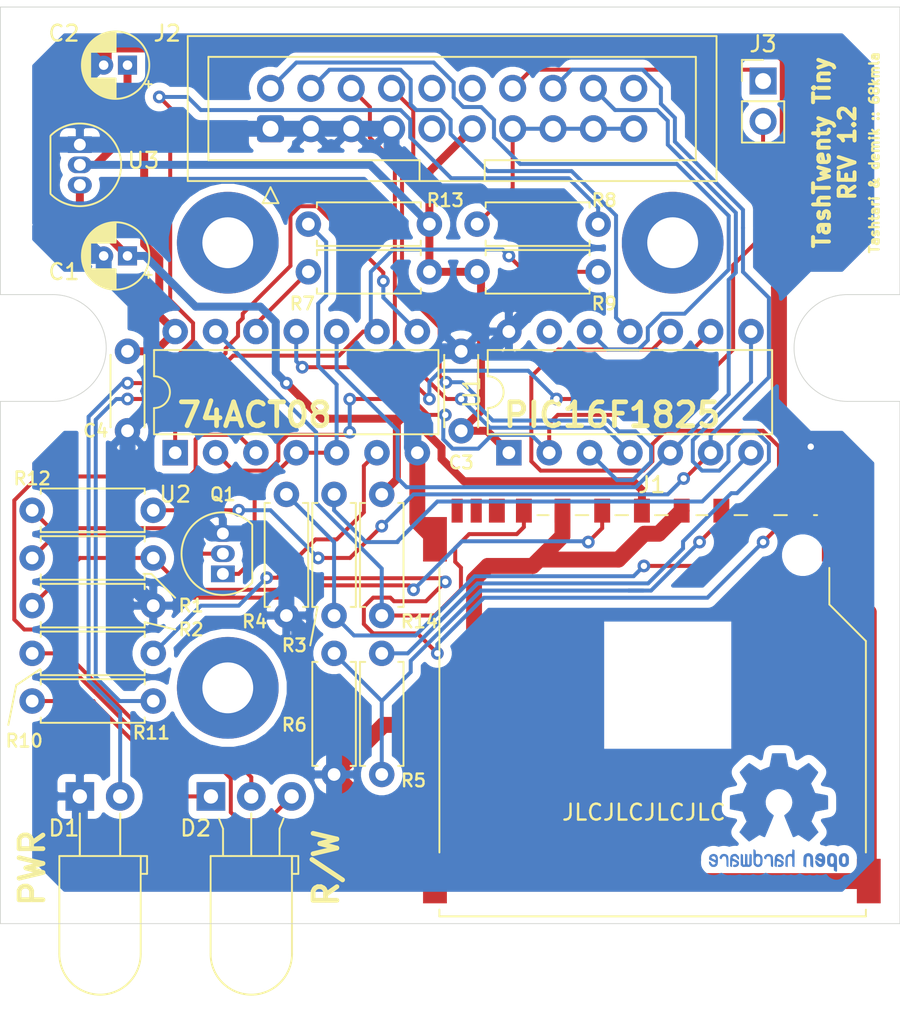
<source format=kicad_pcb>
(kicad_pcb (version 20171130) (host pcbnew "(5.1.12-1-10_14)")
  (title_block (title "TashTwenty Tiny") (date 2022-06-06) (rev 1.2) (company Lostwave) (comment 1 https://68kmla.org) (comment 2 https://68kmla.org/bb/index.php?threads/tashtwenty-single-chip-dcd-hard-disk-20-interface.39357/) (comment 3 https://github.com/lampmerchant/tashtwenty))
  (layers (0 F.Cu signal) (31 B.Cu signal) (34 B.Paste user) (35 F.Paste user) (36 B.SilkS user) (37 F.SilkS user) (38 B.Mask user) (39 F.Mask user) (44 Edge.Cuts user))
  (net 0 "")
  (net 1 /MMC_MISO_LV)
  (net 2 GND)
  (net 3 +3V3)
  (net 4 WR)
  (net 5 RD)
  (net 6 "Net-(J2-Pad14)")
  (net 7 PH3)
  (net 8 PH2)
  (net 9 PH1)
  (net 10 PH0)
  (net 11 +12V)
  (net 12 +5V)
  (net 13 ~ENABLE)
  (net 14 "Net-(Q1-Pad1)")
  (net 15 /MMC_MISO)
  (net 16 "Net-(D1-Pad2)")
  (net 17 "Net-(D2-Pad3)")
  (net 18 "Net-(D2-Pad1)")
  (net 19 /MMC_SCK_LV)
  (net 20 /MMC_MOSI_LV)
  (net 21 /~MMC_CS_LV)
  (net 22 "Net-(Q1-Pad2)")
  (net 23 /MMC_SCK)
  (net 24 /~MMC_CS)
  (net 25 /MMC_MOSI)
  (net 26 "Net-(R7-Pad2)")
  (net 27 "Net-(R9-Pad2)")
  (net 28 "Net-(R10-Pad2)")
  (net 29 "Net-(R11-Pad2)")
  (net 30 "Net-(D2-Pad2)")
  (module LED_THT:LED_D5.0mm_Horizontal_O3.81mm_Z3.0mm (layer F.Cu) (at 132 119)
    (fp_text reference D1 (at -1 2) (layer F.SilkS))
    (fp_text value LED)
    (pad 2 thru_hole circle (at 2.54 0) (size 1.8 1.8) (drill 0.9) (layers *.Cu *.Mask) (net 16 "Net-(D1-Pad2)"))
    (pad 1 thru_hole rect (at 0 0) (size 1.8 1.8) (drill 0.9) (layers *.Cu *.Mask) (net 2 GND))
  )
  (module LED_THT:LED_D5.0mm-3_Horizontal_O3.81mm_Z3.0mm (layer F.Cu) (at 140.25 119)
    (fp_text reference D2 (at -0.96 2) (layer F.SilkS))
    (fp_text value LED_Dual_ACA)
    (pad 1 thru_hole rect (at 0 0) (size 1.8 1.8) (drill 0.9) (layers *.Cu *.Mask) (net 18 "Net-(D2-Pad1)"))
    (pad 2 thru_hole circle (at 2.54 0) (size 1.8 1.8) (drill 0.9) (layers *.Cu *.Mask) (net 30 "Net-(D2-Pad2)"))
    (pad 3 thru_hole circle (at 5.08 0) (size 1.8 1.8) (drill 0.9) (layers *.Cu *.Mask) (net 17 "Net-(D2-Pad3)"))
  )
  (module Symbol:OSHW-Logo2_9.8x8mm_Copper (layer B.Cu) (at 176 120 180)
    (fp_text reference REF** hide)
    (fp_text value OSHW-Logo2_9.8x8mm_Copper hide)
    (fp_poly (pts (xy -3.231114 -2.584505) (xy -3.156461 -2.621727) (xy -3.090569 -2.690261) (xy -3.072423 -2.715648) (xy -3.052655 -2.748866) (xy -3.039828 -2.784945) (xy -3.03249 -2.833098) (xy -3.029187 -2.902536) (xy -3.028462 -2.994206) (xy -3.031737 -3.11983) (xy -3.043123 -3.214154) (xy -3.064959 -3.284523) (xy -3.099581 -3.338286) (xy -3.14933 -3.382788) (xy -3.152986 -3.385423) (xy -3.202015 -3.412377) (xy -3.261055 -3.425712) (xy -3.336141 -3.429) (xy -3.458205 -3.429) (xy -3.458256 -3.547497) (xy -3.459392 -3.613492) (xy -3.466314 -3.652202) (xy -3.484402 -3.675419) (xy -3.519038 -3.694933) (xy -3.527355 -3.69892) (xy -3.56628 -3.717603) (xy -3.596417 -3.729403) (xy -3.618826 -3.730422) (xy -3.634567 -3.716761) (xy -3.644698 -3.684522) (xy -3.650277 -3.629804) (xy -3.652365 -3.548711) (xy -3.652019 -3.437344) (xy -3.6503 -3.291802) (xy -3.649763 -3.248269) (xy -3.647828 -3.098205) (xy -3.646096 -3.000042) (xy -3.458308 -3.000042) (xy -3.457252 -3.083364) (xy -3.452562 -3.13788) (xy -3.441949 -3.173837) (xy -3.423128 -3.201482) (xy -3.41035 -3.214965) (xy -3.35811 -3.254417) (xy -3.311858 -3.257628) (xy -3.264133 -3.225049) (xy -3.262923 -3.223846) (xy -3.243506 -3.198668) (xy -3.231693 -3.164447) (xy -3.225735 -3.111748) (xy -3.22388 -3.031131) (xy -3.223846 -3.013271) (xy -3.22833 -2.902175) (xy -3.242926 -2.825161) (xy -3.26935 -2.778147) (xy -3.309317 -2.75705) (xy -3.332416 -2.754923) (xy -3.387238 -2.7649) (xy -3.424842 -2.797752) (xy -3.447477 -2.857857) (xy -3.457394 -2.949598) (xy -3.458308 -3.000042) (xy -3.646096 -3.000042) (xy -3.645778 -2.98206) (xy -3.643127 -2.894679) (xy -3.639394 -2.830905) (xy -3.634093 -2.785582) (xy -3.626742 -2.753555) (xy -3.616857 -2.729668) (xy -3.603954 -2.708764) (xy -3.598421 -2.700898) (xy -3.525031 -2.626595) (xy -3.43224 -2.584467) (xy -3.324904 -2.572722) (xy -3.231114 -2.584505)) (layer B.Cu) (width 0.01))
    (fp_poly (pts (xy -1.728336 -2.595089) (xy -1.665633 -2.631358) (xy -1.622039 -2.667358) (xy -1.590155 -2.705075) (xy -1.56819 -2.751199) (xy -1.554351 -2.812421) (xy -1.546847 -2.895431) (xy -1.543883 -3.006919) (xy -1.543539 -3.087062) (xy -1.543539 -3.382065) (xy -1.709615 -3.456515) (xy -1.719385 -3.133402) (xy -1.723421 -3.012729) (xy -1.727656 -2.925141) (xy -1.732903 -2.86465) (xy -1.739975 -2.825268) (xy -1.749689 -2.801007) (xy -1.762856 -2.78588) (xy -1.767081 -2.782606) (xy -1.831091 -2.757034) (xy -1.895792 -2.767153) (xy -1.934308 -2.794) (xy -1.949975 -2.813024) (xy -1.96082 -2.837988) (xy -1.967712 -2.875834) (xy -1.971521 -2.933502) (xy -1.973117 -3.017935) (xy -1.973385 -3.105928) (xy -1.973437 -3.216323) (xy -1.975328 -3.294463) (xy -1.981655 -3.347165) (xy -1.995017 -3.381242) (xy -2.018015 -3.403511) (xy -2.053246 -3.420787) (xy -2.100303 -3.438738) (xy -2.151697 -3.458278) (xy -2.145579 -3.111485) (xy -2.143116 -2.986468) (xy -2.140233 -2.894082) (xy -2.136102 -2.827881) (xy -2.129893 -2.78142) (xy -2.120774 -2.748256) (xy -2.107917 -2.721944) (xy -2.092416 -2.698729) (xy -2.017629 -2.624569) (xy -1.926372 -2.581684) (xy -1.827117 -2.571412) (xy -1.728336 -2.595089)) (layer B.Cu) (width 0.01))
    (fp_poly (pts (xy -3.983114 -2.587256) (xy -3.891536 -2.635409) (xy -3.823951 -2.712905) (xy -3.799943 -2.762727) (xy -3.781262 -2.837533) (xy -3.771699 -2.932052) (xy -3.770792 -3.03521) (xy -3.778079 -3.135935) (xy -3.793097 -3.223153) (xy -3.815385 -3.285791) (xy -3.822235 -3.296579) (xy -3.903368 -3.377105) (xy -3.999734 -3.425336) (xy -4.104299 -3.43945) (xy -4.210032 -3.417629) (xy -4.239457 -3.404547) (xy -4.296759 -3.364231) (xy -4.34705 -3.310775) (xy -4.351803 -3.303995) (xy -4.371122 -3.271321) (xy -4.383892 -3.236394) (xy -4.391436 -3.190414) (xy -4.395076 -3.124584) (xy -4.396135 -3.030105) (xy -4.396154 -3.008923) (xy -4.396106 -3.002182) (xy -4.200769 -3.002182) (xy -4.199632 -3.091349) (xy -4.195159 -3.15052) (xy -4.185754 -3.188741) (xy -4.169824 -3.215053) (xy -4.161692 -3.223846) (xy -4.114942 -3.257261) (xy -4.069553 -3.255737) (xy -4.02366 -3.226752) (xy -3.996288 -3.195809) (xy -3.980077 -3.150643) (xy -3.970974 -3.07942) (xy -3.970349 -3.071114) (xy -3.968796 -2.942037) (xy -3.985035 -2.846172) (xy -4.018848 -2.784107) (xy -4.070016 -2.756432) (xy -4.08828 -2.754923) (xy -4.13624 -2.762513) (xy -4.169047 -2.788808) (xy -4.189105 -2.839095) (xy -4.198822 -2.918664) (xy -4.200769 -3.002182) (xy -4.396106 -3.002182) (xy -4.395426 -2.908249) (xy -4.392371 -2.837906) (xy -4.385678 -2.789163) (xy -4.37404 -2.753288) (xy -4.356147 -2.721548) (xy -4.352192 -2.715648) (xy -4.285733 -2.636104) (xy -4.213315 -2.589929) (xy -4.125151 -2.571599) (xy -4.095213 -2.570703) (xy -3.983114 -2.587256)) (layer B.Cu) (width 0.01))
    (fp_poly (pts (xy -2.465746 -2.599745) (xy -2.388714 -2.651567) (xy -2.329184 -2.726412) (xy -2.293622 -2.821654) (xy -2.286429 -2.891756) (xy -2.287246 -2.921009) (xy -2.294086 -2.943407) (xy -2.312888 -2.963474) (xy -2.349592 -2.985733) (xy -2.410138 -3.014709) (xy -2.500466 -3.054927) (xy -2.500923 -3.055129) (xy -2.584067 -3.09321) (xy -2.652247 -3.127025) (xy -2.698495 -3.152933) (xy -2.715842 -3.167295) (xy -2.715846 -3.167411) (xy -2.700557 -3.198685) (xy -2.664804 -3.233157) (xy -2.623758 -3.25799) (xy -2.602963 -3.262923) (xy -2.54623 -3.245862) (xy -2.497373 -3.203133) (xy -2.473535 -3.156155) (xy -2.450603 -3.121522) (xy -2.405682 -3.082081) (xy -2.352877 -3.048009) (xy -2.30629 -3.02948) (xy -2.296548 -3.028462) (xy -2.285582 -3.045215) (xy -2.284921 -3.088039) (xy -2.29298 -3.145781) (xy -2.308173 -3.207289) (xy -2.328914 -3.261409) (xy -2.329962 -3.26351) (xy -2.392379 -3.35066) (xy -2.473274 -3.409939) (xy -2.565144 -3.439034) (xy -2.660487 -3.435634) (xy -2.751802 -3.397428) (xy -2.755862 -3.394741) (xy -2.827694 -3.329642) (xy -2.874927 -3.244705) (xy -2.901066 -3.133021) (xy -2.904574 -3.101643) (xy -2.910787 -2.953536) (xy -2.903339 -2.884468) (xy -2.715846 -2.884468) (xy -2.71341 -2.927552) (xy -2.700086 -2.940126) (xy -2.666868 -2.930719) (xy -2.614506 -2.908483) (xy -2.555976 -2.88061) (xy -2.554521 -2.879872) (xy -2.504911 -2.853777) (xy -2.485 -2.836363) (xy -2.48991 -2.818107) (xy -2.510584 -2.79412) (xy -2.563181 -2.759406) (xy -2.619823 -2.756856) (xy -2.670631 -2.782119) (xy -2.705724 -2.830847) (xy -2.715846 -2.884468) (xy -2.903339 -2.884468) (xy -2.898008 -2.835036) (xy -2.865222 -2.741055) (xy -2.819579 -2.675215) (xy -2.737198 -2.608681) (xy -2.646454 -2.575676) (xy -2.553815 -2.573573) (xy -2.465746 -2.599745)) (layer B.Cu) (width 0.01))
    (fp_poly (pts (xy -0.840154 -2.49212) (xy -0.834428 -2.57198) (xy -0.827851 -2.619039) (xy -0.818738 -2.639566) (xy -0.805402 -2.639829) (xy -0.801077 -2.637378) (xy -0.743556 -2.619636) (xy -0.668732 -2.620672) (xy -0.592661 -2.63891) (xy -0.545082 -2.662505) (xy -0.496298 -2.700198) (xy -0.460636 -2.742855) (xy -0.436155 -2.797057) (xy -0.420913 -2.869384) (xy -0.41297 -2.966419) (xy -0.410384 -3.094742) (xy -0.410338 -3.119358) (xy -0.410308 -3.39587) (xy -0.471839 -3.41732) (xy -0.515541 -3.431912) (xy -0.539518 -3.438706) (xy -0.540223 -3.438769) (xy -0.542585 -3.420345) (xy -0.544594 -3.369526) (xy -0.546099 -3.292993) (xy -0.546947 -3.19743) (xy -0.547077 -3.139329) (xy -0.547349 -3.024771) (xy -0.548748 -2.942667) (xy -0.552151 -2.886393) (xy -0.558433 -2.849326) (xy -0.568471 -2.824844) (xy -0.583139 -2.806325) (xy -0.592298 -2.797406) (xy -0.655211 -2.761466) (xy -0.723864 -2.758775) (xy -0.786152 -2.78917) (xy -0.797671 -2.800144) (xy -0.814567 -2.820779) (xy -0.826286 -2.845256) (xy -0.833767 -2.880647) (xy -0.837946 -2.934026) (xy -0.839763 -3.012466) (xy -0.840154 -3.120617) (xy -0.840154 -3.39587) (xy -0.901685 -3.41732) (xy -0.945387 -3.431912) (xy -0.969364 -3.438706) (xy -0.97007 -3.438769) (xy -0.971874 -3.420069) (xy -0.9735 -3.367322) (xy -0.974883 -3.285557) (xy -0.975958 -3.179805) (xy -0.97666 -3.055094) (xy -0.976923 -2.916455) (xy -0.976923 -2.381806) (xy -0.849923 -2.328236) (xy -0.840154 -2.49212)) (layer B.Cu) (width 0.01))
    (fp_poly (pts (xy 0.053501 -2.626303) (xy 0.13006 -2.654733) (xy 0.130936 -2.655279) (xy 0.178285 -2.690127) (xy 0.213241 -2.730852) (xy 0.237825 -2.783925) (xy 0.254062 -2.855814) (xy 0.263975 -2.952992) (xy 0.269586 -3.081928) (xy 0.270077 -3.100298) (xy 0.277141 -3.377287) (xy 0.217695 -3.408028) (xy 0.174681 -3.428802) (xy 0.14871 -3.438646) (xy 0.147509 -3.438769) (xy 0.143014 -3.420606) (xy 0.139444 -3.371612) (xy 0.137248 -3.300031) (xy 0.136769 -3.242068) (xy 0.136758 -3.14817) (xy 0.132466 -3.089203) (xy 0.117503 -3.061079) (xy 0.085482 -3.059706) (xy 0.030014 -3.080998) (xy -0.053731 -3.120136) (xy -0.115311 -3.152643) (xy -0.146983 -3.180845) (xy -0.156294 -3.211582) (xy -0.156308 -3.213104) (xy -0.140943 -3.266054) (xy -0.095453 -3.29466) (xy -0.025834 -3.298803) (xy 0.024313 -3.298084) (xy 0.050754 -3.312527) (xy 0.067243 -3.347218) (xy 0.076733 -3.391416) (xy 0.063057 -3.416493) (xy 0.057907 -3.420082) (xy 0.009425 -3.434496) (xy -0.058469 -3.436537) (xy -0.128388 -3.426983) (xy -0.177932 -3.409522) (xy -0.24643 -3.351364) (xy -0.285366 -3.270408) (xy -0.293077 -3.20716) (xy -0.287193 -3.150111) (xy -0.265899 -3.103542) (xy -0.223735 -3.062181) (xy -0.155241 -3.020755) (xy -0.054956 -2.973993) (xy -0.048846 -2.97135) (xy 0.04149 -2.929617) (xy 0.097235 -2.895391) (xy 0.121129 -2.864635) (xy 0.115913 -2.833311) (xy 0.084328 -2.797383) (xy 0.074883 -2.789116) (xy 0.011617 -2.757058) (xy -0.053936 -2.758407) (xy -0.111028 -2.789838) (xy -0.148907 -2.848024) (xy -0.152426 -2.859446) (xy -0.1867 -2.914837) (xy -0.230191 -2.941518) (xy -0.293077 -2.96796) (xy -0.293077 -2.899548) (xy -0.273948 -2.80011) (xy -0.217169 -2.708902) (xy -0.187622 -2.678389) (xy -0.120458 -2.639228) (xy -0.035044 -2.6215) (xy 0.053501 -2.626303)) (layer B.Cu) (width 0.01))
    (fp_poly (pts (xy 0.713362 -2.62467) (xy 0.802117 -2.657421) (xy 0.874022 -2.71535) (xy 0.902144 -2.756128) (xy 0.932802 -2.830954) (xy 0.932165 -2.885058) (xy 0.899987 -2.921446) (xy 0.888081 -2.927633) (xy 0.836675 -2.946925) (xy 0.810422 -2.941982) (xy 0.80153 -2.909587) (xy 0.801077 -2.891692) (xy 0.784797 -2.825859) (xy 0.742365 -2.779807) (xy 0.683388 -2.757564) (xy 0.617475 -2.763161) (xy 0.563895 -2.792229) (xy 0.545798 -2.80881) (xy 0.532971 -2.828925) (xy 0.524306 -2.859332) (xy 0.518696 -2.906788) (xy 0.515035 -2.97805) (xy 0.512215 -3.079875) (xy 0.511484 -3.112115) (xy 0.50882 -3.22241) (xy 0.505792 -3.300036) (xy 0.50125 -3.351396) (xy 0.494046 -3.38289) (xy 0.483033 -3.40092) (xy 0.46706 -3.411888) (xy 0.456834 -3.416733) (xy 0.413406 -3.433301) (xy 0.387842 -3.438769) (xy 0.379395 -3.420507) (xy 0.374239 -3.365296) (xy 0.372346 -3.272499) (xy 0.373689 -3.141478) (xy 0.374107 -3.121269) (xy 0.377058 -3.001733) (xy 0.380548 -2.914449) (xy 0.385514 -2.852591) (xy 0.392893 -2.809336) (xy 0.403624 -2.77786) (xy 0.418645 -2.751339) (xy 0.426502 -2.739975) (xy 0.471553 -2.689692) (xy 0.52194 -2.650581) (xy 0.528108 -2.647167) (xy 0.618458 -2.620212) (xy 0.713362 -2.62467)) (layer B.Cu) (width 0.01))
    (fp_poly (pts (xy 1.602081 -2.780289) (xy 1.601833 -2.92632) (xy 1.600872 -3.038655) (xy 1.598794 -3.122678) (xy 1.595193 -3.183769) (xy 1.589665 -3.227309) (xy 1.581804 -3.258679) (xy 1.571207 -3.283262) (xy 1.563182 -3.297294) (xy 1.496728 -3.373388) (xy 1.41247 -3.421084) (xy 1.319249 -3.438199) (xy 1.2259 -3.422546) (xy 1.170312 -3.394418) (xy 1.111957 -3.34576) (xy 1.072186 -3.286333) (xy 1.04819 -3.208507) (xy 1.037161 -3.104652) (xy 1.035599 -3.028462) (xy 1.035809 -3.022986) (xy 1.172308 -3.022986) (xy 1.173141 -3.110355) (xy 1.176961 -3.168192) (xy 1.185746 -3.206029) (xy 1.201474 -3.233398) (xy 1.220266 -3.254042) (xy 1.283375 -3.29389) (xy 1.351137 -3.297295) (xy 1.415179 -3.264025) (xy 1.420164 -3.259517) (xy 1.441439 -3.236067) (xy 1.454779 -3.208166) (xy 1.462001 -3.166641) (xy 1.464923 -3.102316) (xy 1.465385 -3.0312) (xy 1.464383 -2.941858) (xy 1.460238 -2.882258) (xy 1.451236 -2.843089) (xy 1.435667 -2.81504) (xy 1.422902 -2.800144) (xy 1.3636 -2.762575) (xy 1.295301 -2.758057) (xy 1.23011 -2.786753) (xy 1.217528 -2.797406) (xy 1.196111 -2.821063) (xy 1.182744 -2.849251) (xy 1.175566 -2.891245) (xy 1.172719 -2.956319) (xy 1.172308 -3.022986) (xy 1.035809 -3.022986) (xy 1.040322 -2.905765) (xy 1.056362 -2.813577) (xy 1.086528 -2.744269) (xy 1.133629 -2.690211) (xy 1.170312 -2.662505) (xy 1.23699 -2.632572) (xy 1.314272 -2.618678) (xy 1.38611 -2.622397) (xy 1.426308 -2.6374) (xy 1.442082 -2.64167) (xy 1.45255 -2.62575) (xy 1.459856 -2.583089) (xy 1.465385 -2.518106) (xy 1.471437 -2.445732) (xy 1.479844 -2.402187) (xy 1.495141 -2.377287) (xy 1.521864 -2.360845) (xy 1.538654 -2.353564) (xy 1.602154 -2.326963) (xy 1.602081 -2.780289)) (layer B.Cu) (width 0.01))
    (fp_poly (pts (xy 2.395929 -2.636662) (xy 2.398911 -2.688068) (xy 2.401247 -2.766192) (xy 2.402749 -2.864857) (xy 2.403231 -2.968343) (xy 2.403231 -3.318533) (xy 2.341401 -3.380363) (xy 2.298793 -3.418462) (xy 2.26139 -3.433895) (xy 2.21027 -3.432918) (xy 2.189978 -3.430433) (xy 2.126554 -3.4232) (xy 2.074095 -3.419055) (xy 2.061308 -3.418672) (xy 2.018199 -3.421176) (xy 1.956544 -3.427462) (xy 1.932638 -3.430433) (xy 1.873922 -3.435028) (xy 1.834464 -3.425046) (xy 1.795338 -3.394228) (xy 1.781215 -3.380363) (xy 1.719385 -3.318533) (xy 1.719385 -2.663503) (xy 1.76915 -2.640829) (xy 1.812002 -2.624034) (xy 1.837073 -2.618154) (xy 1.843501 -2.636736) (xy 1.849509 -2.688655) (xy 1.854697 -2.768172) (xy 1.858664 -2.869546) (xy 1.860577 -2.955192) (xy 1.865923 -3.292231) (xy 1.91256 -3.298825) (xy 1.954976 -3.294214) (xy 1.97576 -3.279287) (xy 1.98157 -3.251377) (xy 1.98653 -3.191925) (xy 1.990246 -3.108466) (xy 1.992324 -3.008532) (xy 1.992624 -2.957104) (xy 1.992923 -2.661054) (xy 2.054454 -2.639604) (xy 2.098004 -2.62502) (xy 2.121694 -2.618219) (xy 2.122377 -2.618154) (xy 2.124754 -2.636642) (xy 2.127366 -2.687906) (xy 2.129995 -2.765649) (xy 2.132421 -2.863574) (xy 2.134115 -2.955192) (xy 2.139461 -3.292231) (xy 2.256692 -3.292231) (xy 2.262072 -2.984746) (xy 2.267451 -2.677261) (xy 2.324601 -2.647707) (xy 2.366797 -2.627413) (xy 2.39177 -2.618204) (xy 2.392491 -2.618154) (xy 2.395929 -2.636662)) (layer B.Cu) (width 0.01))
    (fp_poly (pts (xy 2.887333 -2.633528) (xy 2.94359 -2.659117) (xy 2.987747 -2.690124) (xy 3.020101 -2.724795) (xy 3.042438 -2.76952) (xy 3.056546 -2.830692) (xy 3.064211 -2.914701) (xy 3.06722 -3.02794) (xy 3.067538 -3.102509) (xy 3.067538 -3.39342) (xy 3.017773 -3.416095) (xy 2.978576 -3.432667) (xy 2.959157 -3.438769) (xy 2.955442 -3.42061) (xy 2.952495 -3.371648) (xy 2.950691 -3.300153) (xy 2.950308 -3.243385) (xy 2.948661 -3.161371) (xy 2.944222 -3.096309) (xy 2.93774 -3.056467) (xy 2.93259 -3.048) (xy 2.897977 -3.056646) (xy 2.84364 -3.078823) (xy 2.780722 -3.108886) (xy 2.720368 -3.141192) (xy 2.673721 -3.170098) (xy 2.651926 -3.189961) (xy 2.651839 -3.190175) (xy 2.653714 -3.226935) (xy 2.670525 -3.262026) (xy 2.700039 -3.290528) (xy 2.743116 -3.300061) (xy 2.779932 -3.29895) (xy 2.832074 -3.298133) (xy 2.859444 -3.310349) (xy 2.875882 -3.342624) (xy 2.877955 -3.34871) (xy 2.885081 -3.394739) (xy 2.866024 -3.422687) (xy 2.816353 -3.436007) (xy 2.762697 -3.43847) (xy 2.666142 -3.42021) (xy 2.616159 -3.394131) (xy 2.554429 -3.332868) (xy 2.52169 -3.25767) (xy 2.518753 -3.178211) (xy 2.546424 -3.104167) (xy 2.588047 -3.057769) (xy 2.629604 -3.031793) (xy 2.694922 -2.998907) (xy 2.771038 -2.965557) (xy 2.783726 -2.960461) (xy 2.867333 -2.923565) (xy 2.91553 -2.891046) (xy 2.93103 -2.858718) (xy 2.91655 -2.822394) (xy 2.891692 -2.794) (xy 2.832939 -2.759039) (xy 2.768293 -2.756417) (xy 2.709008 -2.783358) (xy 2.666339 -2.837088) (xy 2.660739 -2.85095) (xy 2.628133 -2.901936) (xy 2.58053 -2.939787) (xy 2.520461 -2.97085) (xy 2.520461 -2.882768) (xy 2.523997 -2.828951) (xy 2.539156 -2.786534) (xy 2.572768 -2.741279) (xy 2.605035 -2.70642) (xy 2.655209 -2.657062) (xy 2.694193 -2.630547) (xy 2.736064 -2.619911) (xy 2.78346 -2.618154) (xy 2.887333 -2.633528)) (layer B.Cu) (width 0.01))
    (fp_poly (pts (xy 3.570807 -2.636782) (xy 3.594161 -2.646988) (xy 3.649902 -2.691134) (xy 3.697569 -2.754967) (xy 3.727048 -2.823087) (xy 3.731846 -2.85667) (xy 3.71576 -2.903556) (xy 3.680475 -2.928365) (xy 3.642644 -2.943387) (xy 3.625321 -2.946155) (xy 3.616886 -2.926066) (xy 3.60023 -2.882351) (xy 3.592923 -2.862598) (xy 3.551948 -2.794271) (xy 3.492622 -2.760191) (xy 3.416552 -2.761239) (xy 3.410918 -2.762581) (xy 3.370305 -2.781836) (xy 3.340448 -2.819375) (xy 3.320055 -2.879809) (xy 3.307836 -2.967751) (xy 3.3025 -3.087813) (xy 3.302 -3.151698) (xy 3.301752 -3.252403) (xy 3.300126 -3.321054) (xy 3.295801 -3.364673) (xy 3.287454 -3.390282) (xy 3.273765 -3.404903) (xy 3.253411 -3.415558) (xy 3.252234 -3.416095) (xy 3.213038 -3.432667) (xy 3.193619 -3.438769) (xy 3.190635 -3.420319) (xy 3.188081 -3.369323) (xy 3.18614 -3.292308) (xy 3.184997 -3.195805) (xy 3.184769 -3.125184) (xy 3.185932 -2.988525) (xy 3.190479 -2.884851) (xy 3.199999 -2.808108) (xy 3.216081 -2.752246) (xy 3.240313 -2.711212) (xy 3.274286 -2.678954) (xy 3.307833 -2.65644) (xy 3.388499 -2.626476) (xy 3.482381 -2.619718) (xy 3.570807 -2.636782)) (layer B.Cu) (width 0.01))
    (fp_poly (pts (xy 4.245224 -2.647838) (xy 4.322528 -2.698361) (xy 4.359814 -2.74359) (xy 4.389353 -2.825663) (xy 4.391699 -2.890607) (xy 4.386385 -2.977445) (xy 4.186115 -3.065103) (xy 4.088739 -3.109887) (xy 4.025113 -3.145913) (xy 3.992029 -3.177117) (xy 3.98628 -3.207436) (xy 4.004658 -3.240805) (xy 4.024923 -3.262923) (xy 4.083889 -3.298393) (xy 4.148024 -3.300879) (xy 4.206926 -3.273235) (xy 4.250197 -3.21832) (xy 4.257936 -3.198928) (xy 4.295006 -3.138364) (xy 4.337654 -3.112552) (xy 4.396154 -3.090471) (xy 4.396154 -3.174184) (xy 4.390982 -3.23115) (xy 4.370723 -3.279189) (xy 4.328262 -3.334346) (xy 4.321951 -3.341514) (xy 4.27472 -3.390585) (xy 4.234121 -3.41692) (xy 4.183328 -3.429035) (xy 4.14122 -3.433003) (xy 4.065902 -3.433991) (xy 4.012286 -3.421466) (xy 3.978838 -3.402869) (xy 3.926268 -3.361975) (xy 3.889879 -3.317748) (xy 3.86685 -3.262126) (xy 3.854359 -3.187047) (xy 3.849587 -3.084449) (xy 3.849206 -3.032376) (xy 3.850501 -2.969948) (xy 3.968471 -2.969948) (xy 3.969839 -3.003438) (xy 3.973249 -3.008923) (xy 3.995753 -3.001472) (xy 4.044182 -2.981753) (xy 4.108908 -2.953718) (xy 4.122443 -2.947692) (xy 4.204244 -2.906096) (xy 4.249312 -2.869538) (xy 4.259217 -2.835296) (xy 4.235526 -2.800648) (xy 4.21596 -2.785339) (xy 4.14536 -2.754721) (xy 4.07928 -2.75978) (xy 4.023959 -2.797151) (xy 3.985636 -2.863473) (xy 3.973349 -2.916116) (xy 3.968471 -2.969948) (xy 3.850501 -2.969948) (xy 3.85173 -2.91072) (xy 3.861032 -2.82071) (xy 3.87946 -2.755167) (xy 3.90936 -2.706912) (xy 3.95308 -2.668767) (xy 3.972141 -2.65644) (xy 4.058726 -2.624336) (xy 4.153522 -2.622316) (xy 4.245224 -2.647838)) (layer B.Cu) (width 0.01))
    (fp_poly (pts (xy 0.139878 3.712224) (xy 0.245612 3.711645) (xy 0.322132 3.710078) (xy 0.374372 3.707028) (xy 0.407263 3.702004) (xy 0.425737 3.694511) (xy 0.434727 3.684056) (xy 0.439163 3.670147) (xy 0.439594 3.668346) (xy 0.446333 3.635855) (xy 0.458808 3.571748) (xy 0.475719 3.482849) (xy 0.495771 3.375981) (xy 0.517664 3.257967) (xy 0.518429 3.253822) (xy 0.540359 3.138169) (xy 0.560877 3.035986) (xy 0.578659 2.953402) (xy 0.592381 2.896544) (xy 0.600718 2.871542) (xy 0.601116 2.871099) (xy 0.625677 2.85889) (xy 0.676315 2.838544) (xy 0.742095 2.814455) (xy 0.742461 2.814326) (xy 0.825317 2.783182) (xy 0.923 2.743509) (xy 1.015077 2.703619) (xy 1.019434 2.701647) (xy 1.169407 2.63358) (xy 1.501498 2.860361) (xy 1.603374 2.929496) (xy 1.695657 2.991303) (xy 1.773003 3.042267) (xy 1.830064 3.078873) (xy 1.861495 3.097606) (xy 1.864479 3.098996) (xy 1.887321 3.09281) (xy 1.929982 3.062965) (xy 1.994128 3.008053) (xy 2.081421 2.926666) (xy 2.170535 2.840078) (xy 2.256441 2.754753) (xy 2.333327 2.676892) (xy 2.396564 2.611303) (xy 2.441523 2.562795) (xy 2.463576 2.536175) (xy 2.464396 2.534805) (xy 2.466834 2.516537) (xy 2.45765 2.486705) (xy 2.434574 2.441279) (xy 2.395337 2.37623) (xy 2.33767 2.28753) (xy 2.260795 2.173343) (xy 2.19257 2.072838) (xy 2.131582 1.982697) (xy 2.081356 1.908151) (xy 2.045416 1.854435) (xy 2.027287 1.826782) (xy 2.026146 1.824905) (xy 2.028359 1.79841) (xy 2.045138 1.746914) (xy 2.073142 1.680149) (xy 2.083122 1.658828) (xy 2.126672 1.563841) (xy 2.173134 1.456063) (xy 2.210877 1.362808) (xy 2.238073 1.293594) (xy 2.259675 1.240994) (xy 2.272158 1.213503) (xy 2.273709 1.211384) (xy 2.296668 1.207876) (xy 2.350786 1.198262) (xy 2.428868 1.183911) (xy 2.523719 1.166193) (xy 2.628143 1.146475) (xy 2.734944 1.126126) (xy 2.836926 1.106514) (xy 2.926894 1.089009) (xy 2.997653 1.074978) (xy 3.042006 1.065791) (xy 3.052885 1.063193) (xy 3.064122 1.056782) (xy 3.072605 1.042303) (xy 3.078714 1.014867) (xy 3.082832 0.969589) (xy 3.085341 0.90158) (xy 3.086621 0.805953) (xy 3.087054 0.67782) (xy 3.087077 0.625299) (xy 3.087077 0.198155) (xy 2.9845 0.177909) (xy 2.927431 0.16693) (xy 2.842269 0.150905) (xy 2.739372 0.131767) (xy 2.629096 0.111449) (xy 2.598615 0.105868) (xy 2.496855 0.086083) (xy 2.408205 0.066627) (xy 2.340108 0.049303) (xy 2.300004 0.035912) (xy 2.293323 0.031921) (xy 2.276919 0.003658) (xy 2.253399 -0.051109) (xy 2.227316 -0.121588) (xy 2.222142 -0.136769) (xy 2.187956 -0.230896) (xy 2.145523 -0.337101) (xy 2.103997 -0.432473) (xy 2.103792 -0.432916) (xy 2.03464 -0.582525) (xy 2.489512 -1.251617) (xy 2.1975 -1.544116) (xy 2.10918 -1.63117) (xy 2.028625 -1.707909) (xy 1.96036 -1.770237) (xy 1.908908 -1.814056) (xy 1.878794 -1.83527) (xy 1.874474 -1.836616) (xy 1.849111 -1.826016) (xy 1.797358 -1.796547) (xy 1.724868 -1.751705) (xy 1.637294 -1.694984) (xy 1.542612 -1.631462) (xy 1.446516 -1.566668) (xy 1.360837 -1.510287) (xy 1.291016 -1.465788) (xy 1.242494 -1.436639) (xy 1.220782 -1.426308) (xy 1.194293 -1.43505) (xy 1.144062 -1.458087) (xy 1.080451 -1.490631) (xy 1.073708 -1.494249) (xy 0.988046 -1.53721) (xy 0.929306 -1.558279) (xy 0.892772 -1.558503) (xy 0.873731 -1.538928) (xy 0.87362 -1.538654) (xy 0.864102 -1.515472) (xy 0.841403 -1.460441) (xy 0.807282 -1.377822) (xy 0.7635 -1.271872) (xy 0.711816 -1.146852) (xy 0.653992 -1.00702) (xy 0.597991 -0.871637) (xy 0.536447 -0.722234) (xy 0.479939 -0.583832) (xy 0.430161 -0.460673) (xy 0.388806 -0.357002) (xy 0.357568 -0.277059) (xy 0.338141 -0.225088) (xy 0.332154 -0.205692) (xy 0.347168 -0.183443) (xy 0.386439 -0.147982) (xy 0.438807 -0.108887) (xy 0.587941 0.014755) (xy 0.704511 0.156478) (xy 0.787118 0.313296) (xy 0.834366 0.482225) (xy 0.844857 0.660278) (xy 0.837231 0.742461) (xy 0.795682 0.912969) (xy 0.724123 1.063541) (xy 0.626995 1.192691) (xy 0.508734 1.298936) (xy 0.37378 1.38079) (xy 0.226571 1.436768) (xy 0.071544 1.465385) (xy -0.086861 1.465156) (xy -0.244206 1.434595) (xy -0.396054 1.372218) (xy -0.537965 1.27654) (xy -0.597197 1.222428) (xy -0.710797 1.08348) (xy -0.789894 0.931639) (xy -0.835014 0.771333) (xy -0.846684 0.606988) (xy -0.825431 0.443029) (xy -0.77178 0.283882) (xy -0.68626 0.133975) (xy -0.569395 -0.002267) (xy -0.438807 -0.108887) (xy -0.384412 -0.149642) (xy -0.345986 -0.184718) (xy -0.332154 -0.205726) (xy -0.339397 -0.228635) (xy -0.359995 -0.283365) (xy -0.392254 -0.365672) (xy -0.434479 -0.471315) (xy -0.484977 -0.59605) (xy -0.542052 -0.735636) (xy -0.598146 -0.87167) (xy -0.660033 -1.021201) (xy -0.717356 -1.159767) (xy -0.768356 -1.283107) (xy -0.811273 -1.386964) (xy -0.844347 -1.46708) (xy -0.865819 -1.519195) (xy -0.873775 -1.538654) (xy -0.892571 -1.558423) (xy -0.928926 -1.558365) (xy -0.987521 -1.537441) (xy -1.073032 -1.494613) (xy -1.073708 -1.494249) (xy -1.138093 -1.461012) (xy -1.190139 -1.436802) (xy -1.219488 -1.426404) (xy -1.220783 -1.426308) (xy -1.242876 -1.436855) (xy -1.291652 -1.466184) (xy -1.361669 -1.510827) (xy -1.447486 -1.567314) (xy -1.542612 -1.631462) (xy -1.63946 -1.696411) (xy -1.726747 -1.752896) (xy -1.798819 -1.797421) (xy -1.850023 -1.82649) (xy -1.874474 -1.836616) (xy -1.89699 -1.823307) (xy -1.942258 -1.786112) (xy -2.005756 -1.729128) (xy -2.082961 -1.656449) (xy -2.169349 -1.572171) (xy -2.197601 -1.544016) (xy -2.489713 -1.251416) (xy -2.267369 -0.925104) (xy -2.199798 -0.824897) (xy -2.140493 -0.734963) (xy -2.092783 -0.66051) (xy -2.059993 -0.606751) (xy -2.045452 -0.578894) (xy -2.045026 -0.576912) (xy -2.052692 -0.550655) (xy -2.073311 -0.497837) (xy -2.103315 -0.42731) (xy -2.124375 -0.380093) (xy -2.163752 -0.289694) (xy -2.200835 -0.198366) (xy -2.229585 -0.1212) (xy -2.237395 -0.097692) (xy -2.259583 -0.034916) (xy -2.281273 0.013589) (xy -2.293187 0.031921) (xy -2.319477 0.043141) (xy -2.376858 0.059046) (xy -2.457882 0.077833) (xy -2.555105 0.097701) (xy -2.598615 0.105868) (xy -2.709104 0.126171) (xy -2.815084 0.14583) (xy -2.906199 0.162912) (xy -2.972092 0.175482) (xy -2.9845 0.177909) (xy -3.087077 0.198155) (xy -3.087077 0.625299) (xy -3.086847 0.765754) (xy -3.085901 0.872021) (xy -3.083859 0.948987) (xy -3.080338 1.00154) (xy -3.074957 1.034567) (xy -3.067334 1.052955) (xy -3.057088 1.061592) (xy -3.052885 1.063193) (xy -3.02753 1.068873) (xy -2.971516 1.080205) (xy -2.892036 1.095821) (xy -2.796288 1.114353) (xy -2.691467 1.134431) (xy -2.584768 1.154688) (xy -2.483387 1.173754) (xy -2.394521 1.190261) (xy -2.325363 1.202841) (xy -2.283111 1.210125) (xy -2.27371 1.211384) (xy -2.265193 1.228237) (xy -2.24634 1.27313) (xy -2.220676 1.33757) (xy -2.210877 1.362808) (xy -2.171352 1.460314) (xy -2.124808 1.568041) (xy -2.083123 1.658828) (xy -2.05245 1.728247) (xy -2.032044 1.78529) (xy -2.025232 1.820223) (xy -2.026318 1.824905) (xy -2.040715 1.847009) (xy -2.073588 1.896169) (xy -2.12141 1.967152) (xy -2.180652 2.054722) (xy -2.247785 2.153643) (xy -2.261059 2.17317) (xy -2.338954 2.28886) (xy -2.396213 2.376956) (xy -2.435119 2.441514) (xy -2.457956 2.486589) (xy -2.467006 2.516237) (xy -2.464552 2.534515) (xy -2.464489 2.534631) (xy -2.445173 2.558639) (xy -2.402449 2.605053) (xy -2.340949 2.669063) (xy -2.265302 2.745855) (xy -2.180139 2.830618) (xy -2.170535 2.840078) (xy -2.06321 2.944011) (xy -1.980385 3.020325) (xy -1.920395 3.070429) (xy -1.881577 3.09573) (xy -1.86448 3.098996) (xy -1.839527 3.08475) (xy -1.787745 3.051844) (xy -1.71448 3.003792) (xy -1.62508 2.94411) (xy -1.524889 2.876312) (xy -1.501499 2.860361) (xy -1.169407 2.63358) (xy -1.019435 2.701647) (xy -0.92823 2.741315) (xy -0.830331 2.781209) (xy -0.746169 2.813017) (xy -0.742462 2.814326) (xy -0.676631 2.838424) (xy -0.625884 2.8588) (xy -0.601158 2.871064) (xy -0.601116 2.871099) (xy -0.593271 2.893266) (xy -0.579934 2.947783) (xy -0.56243 3.02852) (xy -0.542083 3.12935) (xy -0.520218 3.244144) (xy -0.518429 3.253822) (xy -0.496496 3.372096) (xy -0.47636 3.479458) (xy -0.45932 3.569083) (xy -0.446672 3.634149) (xy -0.439716 3.667832) (xy -0.439594 3.668346) (xy -0.435361 3.682675) (xy -0.427129 3.693493) (xy -0.409967 3.701294) (xy -0.378942 3.706571) (xy -0.329122 3.709818) (xy -0.255576 3.711528) (xy -0.153371 3.712193) (xy -0.017575 3.712307) (xy 0 3.712308) (xy 0.139878 3.712224)) (layer B.Cu) (width 0.01))
  )
  (module Package_DIP:DIP-14_W7.62mm (layer F.Cu) (at 138 97.38 90)
    (fp_text reference U2 (at -2.62 0 180) (layer F.SilkS))
    (fp_text value 74ACT08)
    (pad 14 thru_hole oval (at 7.62 0 90) (size 1.6 1.6) (drill 0.8) (layers *.Cu *.Mask) (net 12 +5V))
    (pad 7 thru_hole oval (at 0 15.24 90) (size 1.6 1.6) (drill 0.8) (layers *.Cu *.Mask) (net 2 GND))
    (pad 13 thru_hole oval (at 7.62 2.54 90) (size 1.6 1.6) (drill 0.8) (layers *.Cu *.Mask) (net 1 /MMC_MISO_LV))
    (pad 6 thru_hole oval (at 0 12.7 90) (size 1.6 1.6) (drill 0.8) (layers *.Cu *.Mask) (net 28 "Net-(R10-Pad2)"))
    (pad 12 thru_hole oval (at 7.62 5.08 90) (size 1.6 1.6) (drill 0.8) (layers *.Cu *.Mask) (net 26 "Net-(R7-Pad2)"))
    (pad 5 thru_hole oval (at 0 10.16 90) (size 1.6 1.6) (drill 0.8) (layers *.Cu *.Mask) (net 14 "Net-(Q1-Pad1)"))
    (pad 11 thru_hole oval (at 7.62 7.62 90) (size 1.6 1.6) (drill 0.8) (layers *.Cu *.Mask) (net 15 /MMC_MISO))
    (pad 4 thru_hole oval (at 0 7.62 90) (size 1.6 1.6) (drill 0.8) (layers *.Cu *.Mask) (net 14 "Net-(Q1-Pad1)"))
    (pad 10 thru_hole oval (at 7.62 10.16 90) (size 1.6 1.6) (drill 0.8) (layers *.Cu *.Mask) (net 4 WR))
    (pad 3 thru_hole oval (at 0 5.08 90) (size 1.6 1.6) (drill 0.8) (layers *.Cu *.Mask) (net 30 "Net-(D2-Pad2)"))
    (pad 9 thru_hole oval (at 7.62 12.7 90) (size 1.6 1.6) (drill 0.8) (layers *.Cu *.Mask) (net 27 "Net-(R9-Pad2)"))
    (pad 2 thru_hole oval (at 0 2.54 90) (size 1.6 1.6) (drill 0.8) (layers *.Cu *.Mask) (net 13 ~ENABLE))
    (pad 8 thru_hole oval (at 7.62 15.24 90) (size 1.6 1.6) (drill 0.8) (layers *.Cu *.Mask) (net 29 "Net-(R11-Pad2)"))
    (pad 1 thru_hole rect (at 0 0 90) (size 1.6 1.6) (drill 0.8) (layers *.Cu *.Mask) (net 27 "Net-(R9-Pad2)"))
  )
  (module Capacitor_THT:C_Disc_D4.3mm_W1.9mm_P5.00mm (layer F.Cu) (at 135 91 270)
    (fp_text reference C4 (at 5 2 180) (layer F.SilkS) (effects (font (size 0.8 0.8))))
    (fp_text value 100nF)
    (pad 2 thru_hole circle (at 5 0 270) (size 1.6 1.6) (drill 0.8) (layers *.Cu *.Mask) (net 2 GND))
    (pad 1 thru_hole circle (at 0 0 270) (size 1.6 1.6) (drill 0.8) (layers *.Cu *.Mask) (net 12 +5V))
  )
  (module Capacitor_THT:C_Disc_D4.3mm_W1.9mm_P5.00mm (layer F.Cu) (at 156 91 270)
    (fp_text reference C3 (at 7 0 180) (layer F.SilkS) (effects (font (size 0.8 0.8))))
    (fp_text value 100nF)
    (pad 2 thru_hole circle (at 5 0 270) (size 1.6 1.6) (drill 0.8) (layers *.Cu *.Mask) (net 12 +5V))
    (pad 1 thru_hole circle (at 0 0 270) (size 1.6 1.6) (drill 0.8) (layers *.Cu *.Mask) (net 2 GND))
  )
  (module Resistor_THT:R_Axial_DIN0207_L6.3mm_D2.5mm_P7.62mm_Horizontal (layer F.Cu) (at 151 100 270)
    (fp_text reference R14 (at 8 -2.37 180) (layer F.SilkS) (effects (font (size 0.8 0.8))))
    (fp_text value 10k)
    (pad 2 thru_hole oval (at 7.62 0 270) (size 1.6 1.6) (drill 0.8) (layers *.Cu *.Mask) (net 1 /MMC_MISO_LV))
    (pad 1 thru_hole circle (at 0 0 270) (size 1.6 1.6) (drill 0.8) (layers *.Cu *.Mask) (net 3 +3V3))
  )
  (module Resistor_THT:R_Axial_DIN0207_L6.3mm_D2.5mm_P7.62mm_Horizontal (layer F.Cu) (at 154 83 180)
    (fp_text reference R13 (at -1 1.5) (layer F.SilkS) (effects (font (size 0.8 0.8))))
    (fp_text value 10k)
    (pad 2 thru_hole oval (at 7.62 0 180) (size 1.6 1.6) (drill 0.8) (layers *.Cu *.Mask) (net 14 "Net-(Q1-Pad1)"))
    (pad 1 thru_hole circle (at 0 0 180) (size 1.6 1.6) (drill 0.8) (layers *.Cu *.Mask) (net 12 +5V))
  )
  (module Resistor_THT:R_Axial_DIN0207_L6.3mm_D2.5mm_P7.62mm_Horizontal (layer F.Cu) (at 129 101)
    (fp_text reference R12 (at 0 -2) (layer F.SilkS) (effects (font (size 0.8 0.8))))
    (fp_text value 10k)
    (pad 2 thru_hole oval (at 7.62 0) (size 1.6 1.6) (drill 0.8) (layers *.Cu *.Mask) (net 5 RD))
    (pad 1 thru_hole circle (at 0 0) (size 1.6 1.6) (drill 0.8) (layers *.Cu *.Mask) (net 22 "Net-(Q1-Pad2)"))
  )
  (module Resistor_THT:R_Axial_DIN0207_L6.3mm_D2.5mm_P7.62mm_Horizontal (layer F.Cu) (at 129 113)
    (fp_text reference R11 (at 7.5 2) (layer F.SilkS) (effects (font (size 0.8 0.8))))
    (fp_text value 330)
    (pad 2 thru_hole oval (at 7.62 0) (size 1.6 1.6) (drill 0.8) (layers *.Cu *.Mask) (net 29 "Net-(R11-Pad2)"))
    (pad 1 thru_hole circle (at 0 0) (size 1.6 1.6) (drill 0.8) (layers *.Cu *.Mask) (net 18 "Net-(D2-Pad1)"))
  )
  (module Resistor_THT:R_Axial_DIN0207_L6.3mm_D2.5mm_P7.62mm_Horizontal (layer F.Cu) (at 129 110)
    (fp_text reference R10 (at -0.5 5.5) (layer F.SilkS) (effects (font (size 0.8 0.8))))
    (fp_text value 330)
    (pad 2 thru_hole oval (at 7.62 0) (size 1.6 1.6) (drill 0.8) (layers *.Cu *.Mask) (net 28 "Net-(R10-Pad2)"))
    (pad 1 thru_hole circle (at 0 0) (size 1.6 1.6) (drill 0.8) (layers *.Cu *.Mask) (net 17 "Net-(D2-Pad3)"))
  )
  (module Resistor_THT:R_Axial_DIN0207_L6.3mm_D2.5mm_P7.62mm_Horizontal (layer F.Cu) (at 157 86)
    (fp_text reference R9 (at 8 2) (layer F.SilkS) (effects (font (size 0.8 0.8))))
    (fp_text value 10k)
    (pad 2 thru_hole oval (at 7.62 0) (size 1.6 1.6) (drill 0.8) (layers *.Cu *.Mask) (net 27 "Net-(R9-Pad2)"))
    (pad 1 thru_hole circle (at 0 0) (size 1.6 1.6) (drill 0.8) (layers *.Cu *.Mask) (net 12 +5V))
  )
  (module Resistor_THT:R_Axial_DIN0207_L6.3mm_D2.5mm_P7.62mm_Horizontal (layer F.Cu) (at 157 83)
    (fp_text reference R8 (at 8 -1.5) (layer F.SilkS) (effects (font (size 0.8 0.8))))
    (fp_text value 1200)
    (pad 2 thru_hole oval (at 7.62 0) (size 1.6 1.6) (drill 0.8) (layers *.Cu *.Mask) (net 16 "Net-(D1-Pad2)"))
    (pad 1 thru_hole circle (at 0 0) (size 1.6 1.6) (drill 0.8) (layers *.Cu *.Mask) (net 11 +12V))
  )
  (module Resistor_THT:R_Axial_DIN0207_L6.3mm_D2.5mm_P7.62mm_Horizontal (layer F.Cu) (at 154 86 180)
    (fp_text reference R7 (at 8 -2) (layer F.SilkS) (effects (font (size 0.8 0.8))))
    (fp_text value 10k)
    (pad 2 thru_hole oval (at 7.62 0 180) (size 1.6 1.6) (drill 0.8) (layers *.Cu *.Mask) (net 26 "Net-(R7-Pad2)"))
    (pad 1 thru_hole circle (at 0 0 180) (size 1.6 1.6) (drill 0.8) (layers *.Cu *.Mask) (net 12 +5V))
  )
  (module Resistor_THT:R_Axial_DIN0207_L6.3mm_D2.5mm_P7.62mm_Horizontal (layer F.Cu) (at 148 110 270)
    (fp_text reference R6 (at 4.5 2.5 180) (layer F.SilkS) (effects (font (size 0.8 0.8))))
    (fp_text value 2200)
    (pad 2 thru_hole oval (at 7.62 0 270) (size 1.6 1.6) (drill 0.8) (layers *.Cu *.Mask) (net 2 GND))
    (pad 1 thru_hole circle (at 0 0 270) (size 1.6 1.6) (drill 0.8) (layers *.Cu *.Mask) (net 20 /MMC_MOSI_LV))
  )
  (module Resistor_THT:R_Axial_DIN0207_L6.3mm_D2.5mm_P7.62mm_Horizontal (layer F.Cu) (at 151 110 270)
    (fp_text reference R5 (at 8 -2 180) (layer F.SilkS) (effects (font (size 0.8 0.8))))
    (fp_text value 1200)
    (pad 2 thru_hole oval (at 7.62 0 270) (size 1.6 1.6) (drill 0.8) (layers *.Cu *.Mask) (net 20 /MMC_MOSI_LV))
    (pad 1 thru_hole circle (at 0 0 270) (size 1.6 1.6) (drill 0.8) (layers *.Cu *.Mask) (net 25 /MMC_MOSI))
  )
  (module Resistor_THT:R_Axial_DIN0207_L6.3mm_D2.5mm_P7.62mm_Horizontal (layer F.Cu) (at 145 100 270)
    (fp_text reference R4 (at 8 2 180) (layer F.SilkS) (effects (font (size 0.8 0.8))))
    (fp_text value 2200)
    (pad 2 thru_hole oval (at 7.62 0 270) (size 1.6 1.6) (drill 0.8) (layers *.Cu *.Mask) (net 2 GND))
    (pad 1 thru_hole circle (at 0 0 270) (size 1.6 1.6) (drill 0.8) (layers *.Cu *.Mask) (net 21 /~MMC_CS_LV))
  )
  (module Resistor_THT:R_Axial_DIN0207_L6.3mm_D2.5mm_P7.62mm_Horizontal (layer F.Cu) (at 148 100 270)
    (fp_text reference R3 (at 9.5 2.5 180) (layer F.SilkS) (effects (font (size 0.8 0.8))))
    (fp_text value 1200)
    (pad 2 thru_hole oval (at 7.62 0 270) (size 1.6 1.6) (drill 0.8) (layers *.Cu *.Mask) (net 21 /~MMC_CS_LV))
    (pad 1 thru_hole circle (at 0 0 270) (size 1.6 1.6) (drill 0.8) (layers *.Cu *.Mask) (net 24 /~MMC_CS))
  )
  (module Resistor_THT:R_Axial_DIN0207_L6.3mm_D2.5mm_P7.62mm_Horizontal (layer F.Cu) (at 129 107)
    (fp_text reference R2 (at 10 1.5) (layer F.SilkS) (effects (font (size 0.8 0.8))))
    (fp_text value 2200)
    (pad 2 thru_hole oval (at 7.62 0) (size 1.6 1.6) (drill 0.8) (layers *.Cu *.Mask) (net 2 GND))
    (pad 1 thru_hole circle (at 0 0) (size 1.6 1.6) (drill 0.8) (layers *.Cu *.Mask) (net 19 /MMC_SCK_LV))
  )
  (module Resistor_THT:R_Axial_DIN0207_L6.3mm_D2.5mm_P7.62mm_Horizontal (layer F.Cu) (at 129 104)
    (fp_text reference R1 (at 10 3) (layer F.SilkS) (effects (font (size 0.8 0.8))))
    (fp_text value 1200)
    (pad 2 thru_hole oval (at 7.62 0) (size 1.6 1.6) (drill 0.8) (layers *.Cu *.Mask) (net 19 /MMC_SCK_LV))
    (pad 1 thru_hole circle (at 0 0) (size 1.6 1.6) (drill 0.8) (layers *.Cu *.Mask) (net 23 /MMC_SCK))
  )
  (module Capacitor_THT:CP_Radial_D4.0mm_P1.50mm (layer F.Cu) (at 135 73 180)
    (fp_text reference C2 (at 4 2) (layer F.SilkS))
    (fp_text value 2.2uF)
    (pad 2 thru_hole circle (at 1.5 0 180) (size 1.2 1.2) (drill 0.6) (layers *.Cu *.Mask) (net 2 GND))
    (pad 1 thru_hole rect (at 0 0 180) (size 1.2 1.2) (drill 0.6) (layers *.Cu *.Mask) (net 12 +5V))
  )
  (module Capacitor_THT:CP_Radial_D4.0mm_P1.50mm (layer F.Cu) (at 135 85 180)
    (fp_text reference C1 (at 4 -1) (layer F.SilkS))
    (fp_text value 2.2uF)
    (pad 2 thru_hole circle (at 1.5 0 180) (size 1.2 1.2) (drill 0.6) (layers *.Cu *.Mask) (net 2 GND))
    (pad 1 thru_hole rect (at 0 0 180) (size 1.2 1.2) (drill 0.6) (layers *.Cu *.Mask) (net 3 +3V3))
  )
  (module Package_TO_SOT_THT:TO-92_Inline (layer F.Cu) (at 132 78 270)
    (fp_text reference U3 (at 1 -4 180) (layer F.SilkS))
    (fp_text value MCP1700-3302E_TO92)
    (pad 1 thru_hole rect (at 0 0 270) (size 1.05 1.5) (drill 0.75) (layers *.Cu *.Mask) (net 2 GND))
    (pad 3 thru_hole oval (at 2.54 0 270) (size 1.05 1.5) (drill 0.75) (layers *.Cu *.Mask) (net 3 +3V3))
    (pad 2 thru_hole oval (at 1.27 0 270) (size 1.05 1.5) (drill 0.75) (layers *.Cu *.Mask) (net 12 +5V))
  )
  (module Package_DIP:DIP-14_W7.62mm (layer F.Cu) (at 159 97.38 90)
    (fp_text reference U1 (at 3.81 -2.33 90) (layer F.SilkS))
    (fp_text value PIC16F1825-IP)
    (pad 14 thru_hole oval (at 7.62 0 90) (size 1.6 1.6) (drill 0.8) (layers *.Cu *.Mask) (net 2 GND))
    (pad 7 thru_hole oval (at 0 15.24 90) (size 1.6 1.6) (drill 0.8) (layers *.Cu *.Mask) (net 24 /~MMC_CS))
    (pad 13 thru_hole oval (at 7.62 2.54 90) (size 1.6 1.6) (drill 0.8) (layers *.Cu *.Mask))
    (pad 6 thru_hole oval (at 0 12.7 90) (size 1.6 1.6) (drill 0.8) (layers *.Cu *.Mask) (net 5 RD))
    (pad 12 thru_hole oval (at 7.62 5.08 90) (size 1.6 1.6) (drill 0.8) (layers *.Cu *.Mask) (net 10 PH0))
    (pad 5 thru_hole oval (at 0 10.16 90) (size 1.6 1.6) (drill 0.8) (layers *.Cu *.Mask) (net 4 WR))
    (pad 11 thru_hole oval (at 7.62 7.62 90) (size 1.6 1.6) (drill 0.8) (layers *.Cu *.Mask) (net 9 PH1))
    (pad 4 thru_hole oval (at 0 7.62 90) (size 1.6 1.6) (drill 0.8) (layers *.Cu *.Mask) (net 8 PH2))
    (pad 10 thru_hole oval (at 7.62 10.16 90) (size 1.6 1.6) (drill 0.8) (layers *.Cu *.Mask) (net 23 /MMC_SCK))
    (pad 3 thru_hole oval (at 0 5.08 90) (size 1.6 1.6) (drill 0.8) (layers *.Cu *.Mask) (net 7 PH3))
    (pad 9 thru_hole oval (at 7.62 12.7 90) (size 1.6 1.6) (drill 0.8) (layers *.Cu *.Mask) (net 15 /MMC_MISO))
    (pad 2 thru_hole oval (at 0 2.54 90) (size 1.6 1.6) (drill 0.8) (layers *.Cu *.Mask) (net 13 ~ENABLE))
    (pad 8 thru_hole oval (at 7.62 15.24 90) (size 1.6 1.6) (drill 0.8) (layers *.Cu *.Mask) (net 25 /MMC_MOSI))
    (pad 1 thru_hole rect (at 0 0 90) (size 1.6 1.6) (drill 0.8) (layers *.Cu *.Mask) (net 12 +5V))
  )
  (module Package_TO_SOT_THT:TO-92_Inline (layer F.Cu) (at 141 105 90)
    (fp_text reference Q1 (at 5 0 180) (layer F.SilkS) (effects (font (size 0.8 0.8))))
    (fp_text value BC337)
    (pad 1 thru_hole rect (at 0 0 90) (size 1.05 1.5) (drill 0.75) (layers *.Cu *.Mask) (net 14 "Net-(Q1-Pad1)"))
    (pad 3 thru_hole oval (at 2.54 0 90) (size 1.05 1.5) (drill 0.75) (layers *.Cu *.Mask) (net 2 GND))
    (pad 2 thru_hole oval (at 1.27 0 90) (size 1.05 1.5) (drill 0.75) (layers *.Cu *.Mask) (net 22 "Net-(Q1-Pad2)"))
  )
  (module Connector_PinHeader_2.54mm:PinHeader_1x02_P2.54mm_Vertical (layer F.Cu) (at 175 74)
    (fp_text reference J3 (at 0 -2.33) (layer F.SilkS))
    (fp_text value Conn_01x02)
    (pad 2 thru_hole oval (at 0 2.54) (size 1.7 1.7) (drill 1) (layers *.Cu *.Mask) (net 13 ~ENABLE))
    (pad 1 thru_hole rect (at 0 0) (size 1.7 1.7) (drill 1) (layers *.Cu *.Mask) (net 6 "Net-(J2-Pad14)"))
  )
  (module Connector_IDC:IDC-Header_2x10_P2.54mm_Vertical (layer F.Cu) (at 144 77 90)
    (fp_text reference J2 (at 6 -6.5 180) (layer F.SilkS))
    (fp_text value IDC20)
    (pad 20 thru_hole circle (at 2.54 22.86 90) (size 1.7 1.7) (drill 1) (layers *.Cu *.Mask))
    (pad 18 thru_hole circle (at 2.54 20.32 90) (size 1.7 1.7) (drill 1) (layers *.Cu *.Mask) (net 4 WR))
    (pad 16 thru_hole circle (at 2.54 17.78 90) (size 1.7 1.7) (drill 1) (layers *.Cu *.Mask) (net 5 RD))
    (pad 14 thru_hole circle (at 2.54 15.24 90) (size 1.7 1.7) (drill 1) (layers *.Cu *.Mask) (net 6 "Net-(J2-Pad14)"))
    (pad 12 thru_hole circle (at 2.54 12.7 90) (size 1.7 1.7) (drill 1) (layers *.Cu *.Mask))
    (pad 10 thru_hole circle (at 2.54 10.16 90) (size 1.7 1.7) (drill 1) (layers *.Cu *.Mask))
    (pad 8 thru_hole circle (at 2.54 7.62 90) (size 1.7 1.7) (drill 1) (layers *.Cu *.Mask) (net 7 PH3))
    (pad 6 thru_hole circle (at 2.54 5.08 90) (size 1.7 1.7) (drill 1) (layers *.Cu *.Mask) (net 8 PH2))
    (pad 4 thru_hole circle (at 2.54 2.54 90) (size 1.7 1.7) (drill 1) (layers *.Cu *.Mask) (net 9 PH1))
    (pad 2 thru_hole circle (at 2.54 0 90) (size 1.7 1.7) (drill 1) (layers *.Cu *.Mask) (net 10 PH0))
    (pad 19 thru_hole circle (at 0 22.86 90) (size 1.7 1.7) (drill 1) (layers *.Cu *.Mask) (net 11 +12V))
    (pad 17 thru_hole circle (at 0 20.32 90) (size 1.7 1.7) (drill 1) (layers *.Cu *.Mask) (net 11 +12V))
    (pad 15 thru_hole circle (at 0 17.78 90) (size 1.7 1.7) (drill 1) (layers *.Cu *.Mask) (net 11 +12V))
    (pad 13 thru_hole circle (at 0 15.24 90) (size 1.7 1.7) (drill 1) (layers *.Cu *.Mask) (net 11 +12V))
    (pad 11 thru_hole circle (at 0 12.7 90) (size 1.7 1.7) (drill 1) (layers *.Cu *.Mask) (net 12 +5V))
    (pad 9 thru_hole circle (at 0 10.16 90) (size 1.7 1.7) (drill 1) (layers *.Cu *.Mask))
    (pad 7 thru_hole circle (at 0 7.62 90) (size 1.7 1.7) (drill 1) (layers *.Cu *.Mask) (net 2 GND))
    (pad 5 thru_hole circle (at 0 5.08 90) (size 1.7 1.7) (drill 1) (layers *.Cu *.Mask) (net 2 GND))
    (pad 3 thru_hole circle (at 0 2.54 90) (size 1.7 1.7) (drill 1) (layers *.Cu *.Mask) (net 2 GND))
    (pad 1 thru_hole roundrect (at 0 0 90) (size 1.7 1.7) (drill 1) (layers *.Cu *.Mask) (roundrect_rratio 0.1470588235294118) (net 2 GND))
  )
  (module Connector_Card:SD_TE_2041021 (layer F.Cu) (at 168 113)
    (fp_text reference J1 (at 0 -13.6) (layer F.SilkS))
    (fp_text value SD_Card)
    (pad 12 smd rect (at -13.65 -10.175) (size 1.5 2.8) (layers F.Cu F.Paste F.Mask) (net 2 GND))
    (pad 12 smd rect (at -13.65 11.325) (size 1.5 2.8) (layers F.Cu F.Paste F.Mask) (net 2 GND))
    (pad 12 smd rect (at 13.65 11.325) (size 1.5 2.8) (layers F.Cu F.Paste F.Mask) (net 2 GND))
    (pad 12 smd rect (at 11.45 -10.175) (size 1.5 2.8) (layers F.Cu F.Paste F.Mask) (net 2 GND))
    (pad "" np_thru_hole circle (at -11.5 -9.175) (size 1.1 1.1) (drill 1.1) (layers *.Cu *.Mask))
    (pad "" np_thru_hole circle (at 9.5 -9.175) (size 1.6 1.6) (drill 1.6) (layers *.Cu *.Mask))
    (pad 11 smd rect (at -12.255 -11.975) (size 0.7 1.5) (layers F.Cu F.Paste F.Mask))
    (pad 10 smd rect (at -11.055 -11.975) (size 0.7 1.5) (layers F.Cu F.Paste F.Mask))
    (pad 9 smd rect (at 9.375 -11.975) (size 1 1.5) (layers F.Cu F.Paste F.Mask))
    (pad 8 smd rect (at -9.755 -11.975) (size 1 1.5) (layers F.Cu F.Paste F.Mask))
    (pad 7 smd rect (at -8.055 -11.975) (size 1 1.5) (layers F.Cu F.Paste F.Mask) (net 1 /MMC_MISO_LV))
    (pad 6 smd rect (at -5.625 -11.975) (size 1 1.5) (layers F.Cu F.Paste F.Mask) (net 2 GND))
    (pad 5 smd rect (at -3.125 -11.975) (size 1 1.5) (layers F.Cu F.Paste F.Mask) (net 19 /MMC_SCK_LV))
    (pad 4 smd rect (at -0.625 -11.975) (size 1 1.5) (layers F.Cu F.Paste F.Mask) (net 3 +3V3))
    (pad 3 smd rect (at 1.875 -11.975) (size 1 1.5) (layers F.Cu F.Paste F.Mask) (net 2 GND))
    (pad 2 smd rect (at 4.375 -11.975) (size 1 1.5) (layers F.Cu F.Paste F.Mask) (net 20 /MMC_MOSI_LV))
    (pad 1 smd rect (at 6.875 -11.975) (size 1 1.5) (layers F.Cu F.Paste F.Mask) (net 21 /~MMC_CS_LV))
  )
  (module MountingHole:MountingHole_3.2mm_M3_Pad (layer F.Cu) (at 141.31 112.17)
    (fp_text reference H3 hide)
    (fp_text value M3)
    (pad 1 thru_hole circle (at 0 0) (size 6.4 6.4) (drill 3.2) (layers *.Cu *.Mask))
  )
  (module MountingHole:MountingHole_3.2mm_M3_Pad (layer F.Cu) (at 169.31 84.17)
    (fp_text reference H2 hide)
    (fp_text value M3)
    (pad 1 thru_hole circle (at 0 0) (size 6.4 6.4) (drill 3.2) (layers *.Cu *.Mask))
  )
  (module MountingHole:MountingHole_3.2mm_M3_Pad (layer F.Cu) (at 141.31 84.17)
    (fp_text reference H1 hide)
    (fp_text value M3)
    (pad 1 thru_hole circle (at 0 0) (size 6.4 6.4) (drill 3.2) (layers *.Cu *.Mask))
  )
  (gr_text JLCJLCJLCJLC (at 167.5 120) (layer F.SilkS) (effects (font (size 1 1))))
  (gr_line (start 138 108.5) (end 136.08 108.04) (layer F.SilkS) (width 0.12))
  (gr_line (start 128 112) (end 129.5 111) (layer F.SilkS) (width 0.12))
  (gr_line (start 127.5 114.5) (end 128 112) (layer F.SilkS) (width 0.12))
  (gr_text "Tashtari & demik :: 68kmla" (at 182 78.5 90) (layer F.SilkS) (effects (font (size 0.6 0.6))))
  (gr_text "TashTwenty Tiny\nREV 1.2" (at 179.5 78.5 90) (layer F.SilkS) (effects (font (size 1 1) (thickness 0.25))))
  (gr_line (start 146.5 109.5) (end 146.96 107.08) (layer F.SilkS) (width 0.12))
  (gr_line (start 136.5 105) (end 136 105) (layer F.SilkS) (width 0.12))
  (gr_line (start 138 106.5) (end 136.5 105) (layer F.SilkS) (width 0.12))
  (gr_text R/W (at 147.5 123.5 90) (layer F.SilkS) (effects (font (size 1.5 1.5) (thickness 0.3))))
  (gr_text PWR (at 129 123.5 90) (layer F.SilkS) (effects (font (size 1.5 1.5) (thickness 0.3))))
  (gr_text PIC16F1825 (at 165.5 95) (layer F.SilkS) (effects (font (size 1.5 1.5) (thickness 0.3))))
  (gr_text 74ACT08 (at 143 95) (layer F.SilkS) (effects (font (size 1.5 1.5) (thickness 0.3))))
  (gr_line (start 183.61 127) (end 127 127) (layer Edge.Cuts) (width 0.05))
  (gr_line (start 127 127) (end 127 94.15) (layer Edge.Cuts) (width 0.05))
  (gr_line (start 183.61 127) (end 183.61 94.15) (layer Edge.Cuts) (width 0.05))
  (gr_line (start 180.308 94.15) (end 183.61 94.15) (layer Edge.Cuts) (width 0.05))
  (gr_line (start 127 94.15) (end 130.302 94.15) (layer Edge.Cuts) (width 0.05))
  (gr_arc (start 130.302 90.792) (end 130.302 94.15) (angle -180) (layer Edge.Cuts) (width 0.05))
  (gr_arc (start 180.308 90.792) (end 180.308 87.434) (angle -180) (layer Edge.Cuts) (width 0.05))
  (gr_line (start 127 87.434) (end 130.302 87.434) (layer Edge.Cuts) (width 0.05))
  (gr_line (start 180.308 87.434) (end 183.61 87.434) (layer Edge.Cuts) (width 0.05))
  (gr_line (start 127 87.434) (end 127 69.344) (layer Edge.Cuts) (width 0.05))
  (gr_line (start 183.61 87.434) (end 183.61 69.344) (layer Edge.Cuts) (width 0.05))
  (gr_line (start 183.61 69.344) (end 127 69.344) (layer Edge.Cuts) (width 0.05))
  (segment (start 143.89 93.11) (end 140.54 89.76) (width 0.25) (layer B.Cu) (net 1))
  (segment (start 146.874999 96.094999) (end 143.89 93.11) (width 0.25) (layer B.Cu) (net 1))
  (segment (start 151 104.665002) (end 146.874999 100.540001) (width 0.25) (layer B.Cu) (net 1))
  (segment (start 146.874999 100.540001) (end 146.874999 96.094999) (width 0.25) (layer B.Cu) (net 1))
  (segment (start 151 107.62) (end 151 104.665002) (width 0.25) (layer B.Cu) (net 1))
  (segment (start 154.35 107.62) (end 151 107.62) (width 0.25) (layer F.Cu) (net 1))
  (segment (start 155.985 104.605002) (end 155.985 105.985) (width 0.25) (layer F.Cu) (net 1))
  (segment (start 155.985 105.985) (end 154.35 107.62) (width 0.25) (layer F.Cu) (net 1))
  (segment (start 155.624999 104.245001) (end 155.985 104.605002) (width 0.25) (layer F.Cu) (net 1))
  (segment (start 159.945 101.025) (end 159.945 102.055) (width 0.25) (layer F.Cu) (net 1))
  (segment (start 155.624999 103.375001) (end 155.624999 104.245001) (width 0.25) (layer F.Cu) (net 1))
  (segment (start 159.5 102.5) (end 156.5 102.5) (width 0.25) (layer F.Cu) (net 1))
  (segment (start 159.945 102.055) (end 159.5 102.5) (width 0.25) (layer F.Cu) (net 1))
  (segment (start 156.5 102.5) (end 155.624999 103.375001) (width 0.25) (layer F.Cu) (net 1))
  (segment (start 133.5 73.285002) (end 133.5 73) (width 0.25) (layer B.Cu) (net 2))
  (segment (start 133.5 84.714998) (end 133.5 85) (width 0.25) (layer B.Cu) (net 2))
  (segment (start 147.38 117.62) (end 148 117.62) (width 0.25) (layer B.Cu) (net 2))
  (segment (start 145 105.46) (end 145 107.62) (width 0.25) (layer B.Cu) (net 2))
  (segment (start 142 102.46) (end 145 105.46) (width 0.25) (layer B.Cu) (net 2))
  (segment (start 141 102.46) (end 142 102.46) (width 0.25) (layer B.Cu) (net 2))
  (via (at 178 97) (size 0.8) (drill 0.4) (layers F.Cu B.Cu) (net 2))
  (segment (start 147 124) (end 134 124) (width 1) (layer B.Cu) (net 2))
  (segment (start 148 123) (end 147 124) (width 1) (layer B.Cu) (net 2))
  (segment (start 148 117.62) (end 148 123) (width 1) (layer B.Cu) (net 2))
  (segment (start 132 78) (end 130 78) (width 1) (layer B.Cu) (net 2))
  (segment (start 130 78) (end 130 82.83326) (width 1) (layer B.Cu) (net 2))
  (segment (start 132.16674 85) (end 133.5 85) (width 1) (layer B.Cu) (net 2))
  (segment (start 130 82.83326) (end 132.16674 85) (width 1) (layer B.Cu) (net 2))
  (segment (start 130 78) (end 130 74.16674) (width 1) (layer B.Cu) (net 2))
  (segment (start 131.16674 73) (end 133.5 73) (width 1) (layer B.Cu) (net 2))
  (segment (start 130 74.16674) (end 131.16674 73) (width 1) (layer B.Cu) (net 2))
  (segment (start 136.539998 77) (end 135.539998 78) (width 1) (layer B.Cu) (net 2))
  (segment (start 135.539998 78) (end 132 78) (width 1) (layer B.Cu) (net 2))
  (segment (start 144 77) (end 136.539998 77) (width 1) (layer B.Cu) (net 2))
  (segment (start 151.62 77) (end 149.08 77) (width 1) (layer B.Cu) (net 2))
  (segment (start 149.08 77) (end 146.54 77) (width 1) (layer B.Cu) (net 2))
  (segment (start 146.54 77) (end 144 77) (width 1) (layer B.Cu) (net 2))
  (segment (start 133.839999 71.699999) (end 175.699999 71.699999) (width 1) (layer F.Cu) (net 2))
  (segment (start 133.5 72.039998) (end 133.839999 71.699999) (width 1) (layer F.Cu) (net 2))
  (segment (start 133.5 73) (end 133.5 72.039998) (width 1) (layer F.Cu) (net 2))
  (segment (start 176.550001 72.550001) (end 176.550001 86.449999) (width 1) (layer F.Cu) (net 2))
  (segment (start 175.699999 71.699999) (end 176.550001 72.550001) (width 1) (layer F.Cu) (net 2))
  (segment (start 176.550001 86.449999) (end 176 87) (width 1) (layer F.Cu) (net 2))
  (segment (start 176 95) (end 178 97) (width 1) (layer F.Cu) (net 2))
  (segment (start 176 87) (end 176 95) (width 1) (layer F.Cu) (net 2))
  (segment (start 179.45 98.45) (end 179.45 102.825) (width 1) (layer F.Cu) (net 2))
  (segment (start 178 97) (end 179.45 98.45) (width 1) (layer F.Cu) (net 2))
  (segment (start 179.45 105.225) (end 181.65 107.425) (width 1) (layer F.Cu) (net 2))
  (segment (start 181.65 107.425) (end 181.65 124.325) (width 1) (layer F.Cu) (net 2))
  (segment (start 179.45 102.825) (end 179.45 105.225) (width 1) (layer F.Cu) (net 2))
  (segment (start 181.65 124.325) (end 154.35 124.325) (width 1) (layer F.Cu) (net 2))
  (segment (start 154.35 123.97) (end 148 117.62) (width 1) (layer F.Cu) (net 2))
  (segment (start 154.35 124.325) (end 154.35 123.97) (width 1) (layer F.Cu) (net 2))
  (segment (start 157.76 91) (end 159 89.76) (width 1) (layer B.Cu) (net 2))
  (segment (start 156 91) (end 157.76 91) (width 1) (layer B.Cu) (net 2))
  (segment (start 151.62 78.202081) (end 151.62 77) (width 1) (layer B.Cu) (net 2))
  (segment (start 154.357429 80.93951) (end 151.62 78.202081) (width 1) (layer B.Cu) (net 2))
  (segment (start 157.159512 80.93951) (end 154.357429 80.93951) (width 1) (layer B.Cu) (net 2))
  (segment (start 160.100013 83.880011) (end 157.159512 80.93951) (width 1) (layer B.Cu) (net 2))
  (segment (start 160.100013 88.659987) (end 160.100013 83.880011) (width 1) (layer B.Cu) (net 2))
  (segment (start 159 89.76) (end 160.100013 88.659987) (width 1) (layer B.Cu) (net 2))
  (segment (start 152.899999 97.039999) (end 153.24 97.38) (width 1) (layer B.Cu) (net 2))
  (segment (start 152.899999 92.860303) (end 152.899999 97.039999) (width 1) (layer B.Cu) (net 2))
  (segment (start 154.760302 91) (end 152.899999 92.860303) (width 1) (layer B.Cu) (net 2))
  (segment (start 156 91) (end 154.760302 91) (width 1) (layer B.Cu) (net 2))
  (segment (start 136.62 107) (end 135 105.38) (width 1) (layer B.Cu) (net 2))
  (segment (start 140.300002 102.46) (end 141 102.46) (width 1) (layer B.Cu) (net 2))
  (segment (start 135 96) (end 135 97.159998) (width 1) (layer B.Cu) (net 2))
  (segment (start 145 104.857304) (end 145 107.62) (width 1) (layer B.Cu) (net 2))
  (segment (start 142.602696 102.46) (end 145 104.857304) (width 1) (layer B.Cu) (net 2))
  (segment (start 141 102.46) (end 142.602696 102.46) (width 1) (layer B.Cu) (net 2))
  (segment (start 135.079999 99.079999) (end 135 99) (width 1) (layer B.Cu) (net 2))
  (segment (start 136.920001 99.079999) (end 135.079999 99.079999) (width 1) (layer B.Cu) (net 2))
  (segment (start 135 105.38) (end 135 99) (width 1) (layer B.Cu) (net 2))
  (segment (start 135 99) (end 135 96) (width 1) (layer B.Cu) (net 2))
  (segment (start 136.920001 99.079999) (end 140.300002 102.46) (width 1) (layer B.Cu) (net 2))
  (segment (start 136.499999 88.960001) (end 133.5 85.960002) (width 1) (layer B.Cu) (net 2))
  (segment (start 136.499999 90.480001) (end 136.499999 88.960001) (width 1) (layer B.Cu) (net 2))
  (segment (start 136.500001 90.480003) (end 136.499999 90.480001) (width 1) (layer B.Cu) (net 2))
  (segment (start 136.500001 94.499999) (end 136.500001 90.480003) (width 1) (layer B.Cu) (net 2))
  (segment (start 133.5 85.960002) (end 133.5 85) (width 1) (layer B.Cu) (net 2))
  (segment (start 135 96) (end 136.500001 94.499999) (width 1) (layer B.Cu) (net 2))
  (segment (start 153.24 101.715) (end 153.24 97.38) (width 1) (layer F.Cu) (net 2))
  (segment (start 154.35 102.825) (end 153.24 101.715) (width 1) (layer F.Cu) (net 2))
  (segment (start 160.5 104.5) (end 157.675002 104.5) (width 1) (layer F.Cu) (net 2))
  (segment (start 161.471999 103.528001) (end 160.5 104.5) (width 1) (layer F.Cu) (net 2))
  (segment (start 156.81001 105.364992) (end 156.810009 106.326731) (width 1) (layer F.Cu) (net 2))
  (segment (start 157.675002 104.5) (end 156.81001 105.364992) (width 1) (layer F.Cu) (net 2))
  (segment (start 156.810009 106.326731) (end 156.810009 110.189991) (width 1) (layer F.Cu) (net 2))
  (segment (start 156.810009 110.189991) (end 152.5 114.5) (width 1) (layer F.Cu) (net 2))
  (segment (start 151.12 114.5) (end 148 117.62) (width 1) (layer F.Cu) (net 2))
  (segment (start 152.5 114.5) (end 151.12 114.5) (width 1) (layer F.Cu) (net 2))
  (segment (start 162.375 102.625) (end 160.5 104.5) (width 1) (layer F.Cu) (net 2))
  (segment (start 162.375 101.025) (end 162.375 102.625) (width 1) (layer F.Cu) (net 2))
  (segment (start 160.899999 104.100001) (end 160.5 104.5) (width 1) (layer F.Cu) (net 2))
  (segment (start 165.899999 104.100001) (end 160.899999 104.100001) (width 1) (layer F.Cu) (net 2))
  (segment (start 168.435001 102.475001) (end 167.524999 102.475001) (width 1) (layer F.Cu) (net 2))
  (segment (start 169.875 101.035002) (end 168.435001 102.475001) (width 1) (layer F.Cu) (net 2))
  (segment (start 167.524999 102.475001) (end 165.899999 104.100001) (width 1) (layer F.Cu) (net 2))
  (segment (start 169.875 101.025) (end 169.875 101.035002) (width 1) (layer F.Cu) (net 2))
  (segment (start 134 124) (end 132 122) (width 1) (layer B.Cu) (net 2))
  (segment (start 148 117.62) (end 148 114) (width 1) (layer B.Cu) (net 2))
  (segment (start 145.799999 108.419999) (end 145 107.62) (width 1) (layer B.Cu) (net 2))
  (segment (start 145.799999 111.799999) (end 145.799999 108.419999) (width 1) (layer B.Cu) (net 2))
  (segment (start 148 114) (end 145.799999 111.799999) (width 1) (layer B.Cu) (net 2))
  (segment (start 132 122) (end 132 119) (width 1) (layer B.Cu) (net 2))
  (segment (start 132 82) (end 135 85) (width 0.5) (layer F.Cu) (net 3))
  (segment (start 132 80.54) (end 132 82) (width 0.5) (layer F.Cu) (net 3))
  (segment (start 151.950001 95.524997) (end 152.237499 95.237499) (width 0.5) (layer F.Cu) (net 3))
  (segment (start 151.950001 99.049999) (end 151.950001 95.524997) (width 0.5) (layer F.Cu) (net 3))
  (segment (start 151 100) (end 151.950001 99.049999) (width 0.5) (layer F.Cu) (net 3))
  (segment (start 167.375 99.725) (end 167.375 101.025) (width 0.5) (layer F.Cu) (net 3))
  (segment (start 154.762501 97.052499) (end 154.762501 97.762501) (width 0.5) (layer F.Cu) (net 3))
  (segment (start 156.175 99.175) (end 166.825 99.175) (width 0.5) (layer F.Cu) (net 3))
  (segment (start 154.762501 97.762501) (end 156.175 99.175) (width 0.5) (layer F.Cu) (net 3))
  (segment (start 152.947501 95.237499) (end 154.762501 97.052499) (width 0.5) (layer F.Cu) (net 3))
  (segment (start 166.825 99.175) (end 167.375 99.725) (width 0.5) (layer F.Cu) (net 3))
  (segment (start 152.237499 95.237499) (end 152.947501 95.237499) (width 0.5) (layer F.Cu) (net 3))
  (segment (start 136.1 85) (end 139.289999 88.189999) (width 0.5) (layer B.Cu) (net 3))
  (segment (start 135 85) (end 136.1 85) (width 0.5) (layer B.Cu) (net 3))
  (via (at 145 93) (size 0.8) (drill 0.4) (layers F.Cu B.Cu) (net 3))
  (segment (start 147.237499 95.237499) (end 145 93) (width 0.5) (layer F.Cu) (net 3))
  (segment (start 147.762501 95.237499) (end 147.237499 95.237499) (width 0.5) (layer F.Cu) (net 3))
  (segment (start 152.237499 95.237499) (end 147.762501 95.237499) (width 0.5) (layer F.Cu) (net 3))
  (segment (start 144.330001 89.159999) (end 143.360001 88.189999) (width 0.5) (layer B.Cu) (net 3))
  (segment (start 143.360001 88.189999) (end 139.289999 88.189999) (width 0.5) (layer B.Cu) (net 3))
  (segment (start 144.330001 92.330001) (end 144.330001 89.159999) (width 0.5) (layer B.Cu) (net 3))
  (segment (start 145 93) (end 144.330001 92.330001) (width 0.5) (layer B.Cu) (net 3))
  (segment (start 169.16 97.38) (end 168.034999 98.505001) (width 0.25) (layer B.Cu) (net 4))
  (segment (start 152 96) (end 148.16 92.16) (width 0.25) (layer B.Cu) (net 4))
  (segment (start 148.16 92.16) (end 148.16 89.76) (width 0.25) (layer B.Cu) (net 4))
  (segment (start 152.562178 99.54999) (end 152.012188 99) (width 0.25) (layer B.Cu) (net 4))
  (segment (start 152 99) (end 152 96) (width 0.25) (layer B.Cu) (net 4))
  (segment (start 166.99001 99.54999) (end 152.562178 99.54999) (width 0.25) (layer B.Cu) (net 4))
  (segment (start 152.012188 99) (end 152 99) (width 0.25) (layer B.Cu) (net 4))
  (segment (start 169.16 97.38) (end 166.99001 99.54999) (width 0.25) (layer B.Cu) (net 4))
  (segment (start 165.684999 75.824999) (end 164.32 74.46) (width 0.25) (layer B.Cu) (net 4))
  (segment (start 169 78) (end 169 76.5) (width 0.25) (layer B.Cu) (net 4))
  (segment (start 173.285011 86.048401) (end 173.28501 82.28501) (width 0.25) (layer B.Cu) (net 4))
  (segment (start 168.324999 75.824999) (end 165.684999 75.824999) (width 0.25) (layer B.Cu) (net 4))
  (segment (start 169 76.5) (end 168.324999 75.824999) (width 0.25) (layer B.Cu) (net 4))
  (segment (start 172.835001 86.498411) (end 173.285011 86.048401) (width 0.25) (layer B.Cu) (net 4))
  (segment (start 173.28501 82.28501) (end 169 78) (width 0.25) (layer B.Cu) (net 4))
  (segment (start 172.835001 93.704999) (end 172.835001 86.498411) (width 0.25) (layer B.Cu) (net 4))
  (segment (start 169.16 97.38) (end 172.835001 93.704999) (width 0.25) (layer B.Cu) (net 4))
  (via (at 170 99) (size 0.8) (drill 0.4) (layers F.Cu B.Cu) (net 5))
  (segment (start 170.08 99) (end 171.7 97.38) (width 0.25) (layer F.Cu) (net 5))
  (segment (start 170 99) (end 170.08 99) (width 0.25) (layer F.Cu) (net 5))
  (segment (start 139.46 101) (end 136.62 101) (width 0.25) (layer F.Cu) (net 5))
  (via (at 151 102) (size 0.8) (drill 0.4) (layers F.Cu B.Cu) (net 5))
  (segment (start 149 104) (end 147 104) (width 0.25) (layer F.Cu) (net 5))
  (via (at 147 104) (size 0.8) (drill 0.4) (layers F.Cu B.Cu) (net 5))
  (segment (start 151 102) (end 149 104) (width 0.25) (layer F.Cu) (net 5))
  (via (at 142 101) (size 0.8) (drill 0.4) (layers F.Cu B.Cu) (net 5))
  (segment (start 142 101) (end 139.46 101) (width 0.25) (layer F.Cu) (net 5))
  (segment (start 170 99) (end 169 100) (width 0.25) (layer B.Cu) (net 5))
  (segment (start 169 100) (end 153 100) (width 0.25) (layer B.Cu) (net 5))
  (segment (start 153 100) (end 151 102) (width 0.25) (layer B.Cu) (net 5))
  (segment (start 147 104) (end 144 101) (width 0.25) (layer B.Cu) (net 5))
  (segment (start 144 101) (end 142 101) (width 0.25) (layer B.Cu) (net 5))
  (segment (start 162.955001 73.284999) (end 161.78 74.46) (width 0.25) (layer B.Cu) (net 5))
  (segment (start 167.424001 73.284999) (end 162.955001 73.284999) (width 0.25) (layer B.Cu) (net 5))
  (segment (start 169.450009 76.313599) (end 168.569501 75.433091) (width 0.25) (layer B.Cu) (net 5))
  (segment (start 169.45001 77.8136) (end 169.450009 76.313599) (width 0.25) (layer B.Cu) (net 5))
  (segment (start 173.735019 82.098609) (end 169.45001 77.8136) (width 0.25) (layer B.Cu) (net 5))
  (segment (start 171.7 97.38) (end 171.7 96.3) (width 0.25) (layer B.Cu) (net 5))
  (segment (start 173.735021 83.235021) (end 173.735019 83.235019) (width 0.25) (layer B.Cu) (net 5))
  (segment (start 175.365001 92.634999) (end 175.365001 87.634999) (width 0.25) (layer B.Cu) (net 5))
  (segment (start 173.735021 86.005019) (end 173.735021 83.235021) (width 0.25) (layer B.Cu) (net 5))
  (segment (start 168.569501 75.433091) (end 168.569501 74.430499) (width 0.25) (layer B.Cu) (net 5))
  (segment (start 168.569501 74.430499) (end 167.424001 73.284999) (width 0.25) (layer B.Cu) (net 5))
  (segment (start 175.365001 87.634999) (end 173.735021 86.005019) (width 0.25) (layer B.Cu) (net 5))
  (segment (start 171.7 96.3) (end 175.365001 92.634999) (width 0.25) (layer B.Cu) (net 5))
  (segment (start 173.735019 83.235019) (end 173.735019 82.098609) (width 0.25) (layer B.Cu) (net 5))
  (segment (start 160.415001 73.284999) (end 159.24 74.46) (width 0.25) (layer F.Cu) (net 6))
  (segment (start 174.284999 73.284999) (end 160.415001 73.284999) (width 0.25) (layer F.Cu) (net 6))
  (segment (start 175 74) (end 174.284999 73.284999) (width 0.25) (layer F.Cu) (net 6))
  (segment (start 151.62 74.46) (end 152.984999 75.824999) (width 0.25) (layer F.Cu) (net 7))
  (segment (start 152.984999 79.015001) (end 152.275011 79.724989) (width 0.25) (layer F.Cu) (net 7))
  (segment (start 154.644556 92.546235) (end 155.044555 92.946234) (width 0.25) (layer F.Cu) (net 7))
  (segment (start 152.275011 87.130009) (end 154.644556 89.499554) (width 0.25) (layer F.Cu) (net 7))
  (segment (start 152.275011 79.724989) (end 152.275011 87.130009) (width 0.25) (layer F.Cu) (net 7))
  (segment (start 152.984999 75.824999) (end 152.984999 79.015001) (width 0.25) (layer F.Cu) (net 7))
  (segment (start 154.644556 89.499554) (end 154.644556 92.546235) (width 0.25) (layer F.Cu) (net 7))
  (via (at 155.044555 92.946234) (size 0.8) (drill 0.4) (layers F.Cu B.Cu) (net 7))
  (segment (start 167.951795 97.024797) (end 167.951795 97.951795) (width 0.25) (layer B.Cu) (net 7))
  (segment (start 167.951795 97.951795) (end 166.80361 99.09998) (width 0.25) (layer B.Cu) (net 7))
  (segment (start 165.79998 99.09998) (end 164.08 97.38) (width 0.25) (layer B.Cu) (net 7))
  (segment (start 166.80361 99.09998) (end 165.79998 99.09998) (width 0.25) (layer B.Cu) (net 7))
  (segment (start 155.044555 92.946234) (end 156.053766 92.946234) (width 0.25) (layer B.Cu) (net 7))
  (segment (start 156.053766 92.946234) (end 157 93.892468) (width 0.25) (layer B.Cu) (net 7))
  (segment (start 157 93.892468) (end 157 94.363597) (width 0.25) (layer B.Cu) (net 7))
  (segment (start 157 94.363597) (end 157.991382 95.354979) (width 0.25) (layer B.Cu) (net 7))
  (segment (start 165.912911 96.036501) (end 166.963499 96.036501) (width 0.25) (layer B.Cu) (net 7))
  (segment (start 165.23139 95.35498) (end 165.912911 96.036501) (width 0.25) (layer B.Cu) (net 7))
  (segment (start 157.991382 95.354979) (end 165.23139 95.35498) (width 0.25) (layer B.Cu) (net 7))
  (segment (start 166.963499 96.036501) (end 167.951795 97.024797) (width 0.25) (layer B.Cu) (net 7))
  (segment (start 151.825001 79.134001) (end 150.255001 77.564001) (width 0.25) (layer F.Cu) (net 8))
  (segment (start 150.255001 75.635001) (end 149.08 74.46) (width 0.25) (layer F.Cu) (net 8))
  (segment (start 156.000004 94.000011) (end 155.073013 94.000011) (width 0.25) (layer F.Cu) (net 8))
  (segment (start 155.073013 94.000011) (end 151.825001 90.751999) (width 0.25) (layer F.Cu) (net 8))
  (segment (start 151.825001 90.751999) (end 151.825001 79.134001) (width 0.25) (layer F.Cu) (net 8))
  (via (at 156.000004 94.000011) (size 0.8) (drill 0.4) (layers F.Cu B.Cu) (net 8))
  (segment (start 150.255001 77.564001) (end 150.255001 75.635001) (width 0.25) (layer F.Cu) (net 8))
  (segment (start 156.000004 94.000011) (end 157.804982 95.804989) (width 0.25) (layer B.Cu) (net 8))
  (segment (start 165.044989 95.804989) (end 165.12 95.88) (width 0.25) (layer B.Cu) (net 8))
  (segment (start 157.804982 95.804989) (end 165.044989 95.804989) (width 0.25) (layer B.Cu) (net 8))
  (segment (start 166.62 97.38) (end 165.12 95.88) (width 0.25) (layer B.Cu) (net 8))
  (segment (start 165.745001 88.885001) (end 166.62 89.76) (width 0.25) (layer B.Cu) (net 9))
  (segment (start 152.820411 75.470409) (end 153.175001 75.824999) (width 0.25) (layer B.Cu) (net 9))
  (segment (start 157.66449 79.66449) (end 162.949492 79.66449) (width 0.25) (layer B.Cu) (net 9))
  (segment (start 155.335001 77.335001) (end 157.66449 79.66449) (width 0.25) (layer B.Cu) (net 9))
  (segment (start 154.724001 75.824999) (end 155.335001 76.435999) (width 0.25) (layer B.Cu) (net 9))
  (segment (start 153.175001 75.824999) (end 154.724001 75.824999) (width 0.25) (layer B.Cu) (net 9))
  (segment (start 155.335001 76.435999) (end 155.335001 77.335001) (width 0.25) (layer B.Cu) (net 9))
  (segment (start 152.820411 73.921409) (end 152.820411 75.470409) (width 0.25) (layer B.Cu) (net 9))
  (segment (start 152.184001 73.284999) (end 152.820411 73.921409) (width 0.25) (layer B.Cu) (net 9))
  (segment (start 162.949492 79.66449) (end 165.745001 82.459999) (width 0.25) (layer B.Cu) (net 9))
  (segment (start 165.745001 82.459999) (end 165.745001 88.885001) (width 0.25) (layer B.Cu) (net 9))
  (segment (start 147.715001 73.284999) (end 152.184001 73.284999) (width 0.25) (layer B.Cu) (net 9))
  (segment (start 146.54 74.46) (end 147.715001 73.284999) (width 0.25) (layer B.Cu) (net 9))
  (segment (start 145.62501 72.83499) (end 144 74.46) (width 0.25) (layer B.Cu) (net 10))
  (segment (start 154.273992 72.83499) (end 145.62501 72.83499) (width 0.25) (layer B.Cu) (net 10))
  (segment (start 155.524999 74.085997) (end 154.273992 72.83499) (width 0.25) (layer B.Cu) (net 10))
  (segment (start 156.135999 75.635001) (end 155.524999 75.024001) (width 0.25) (layer B.Cu) (net 10))
  (segment (start 157.264001 75.635001) (end 156.135999 75.635001) (width 0.25) (layer B.Cu) (net 10))
  (segment (start 158.064999 76.435999) (end 157.264001 75.635001) (width 0.25) (layer B.Cu) (net 10))
  (segment (start 159.715478 79.21448) (end 158.064999 77.564001) (width 0.25) (layer B.Cu) (net 10))
  (segment (start 172.835001 85.862001) (end 172.835001 82.477999) (width 0.25) (layer B.Cu) (net 10))
  (segment (start 169.571482 79.21448) (end 159.715478 79.21448) (width 0.25) (layer B.Cu) (net 10))
  (segment (start 172.835001 82.477999) (end 169.571482 79.21448) (width 0.25) (layer B.Cu) (net 10))
  (segment (start 170.062003 88.634999) (end 172.835001 85.862001) (width 0.25) (layer B.Cu) (net 10))
  (segment (start 167.745001 89.509997) (end 168.619999 88.634999) (width 0.25) (layer B.Cu) (net 10))
  (segment (start 155.524999 75.024001) (end 155.524999 74.085997) (width 0.25) (layer B.Cu) (net 10))
  (segment (start 167.745001 90.300001) (end 167.745001 89.509997) (width 0.25) (layer B.Cu) (net 10))
  (segment (start 168.619999 88.634999) (end 170.062003 88.634999) (width 0.25) (layer B.Cu) (net 10))
  (segment (start 167.160001 90.885001) (end 167.745001 90.300001) (width 0.25) (layer B.Cu) (net 10))
  (segment (start 165.205001 90.885001) (end 167.160001 90.885001) (width 0.25) (layer B.Cu) (net 10))
  (segment (start 158.064999 77.564001) (end 158.064999 76.435999) (width 0.25) (layer B.Cu) (net 10))
  (segment (start 164.08 89.76) (end 165.205001 90.885001) (width 0.25) (layer B.Cu) (net 10))
  (segment (start 166.86 77) (end 164.32 77) (width 0.25) (layer B.Cu) (net 11))
  (segment (start 164.32 77) (end 161.78 77) (width 0.25) (layer B.Cu) (net 11))
  (segment (start 161.78 77) (end 159.24 77) (width 0.25) (layer B.Cu) (net 11))
  (segment (start 159.24 80.76) (end 157 83) (width 0.25) (layer F.Cu) (net 11))
  (segment (start 159.24 77) (end 159.24 80.76) (width 0.25) (layer F.Cu) (net 11))
  (segment (start 135 77.27) (end 135 73) (width 0.5) (layer F.Cu) (net 12))
  (segment (start 136.76 91) (end 138 89.76) (width 0.5) (layer F.Cu) (net 12))
  (segment (start 135 91) (end 136.76 91) (width 0.5) (layer F.Cu) (net 12))
  (segment (start 157.62 96) (end 159 97.38) (width 0.5) (layer F.Cu) (net 12))
  (segment (start 156 96) (end 157.62 96) (width 0.5) (layer F.Cu) (net 12))
  (segment (start 154 86) (end 157 86) (width 0.5) (layer F.Cu) (net 12))
  (segment (start 156.7 77) (end 154 79.7) (width 0.5) (layer F.Cu) (net 12))
  (segment (start 154 86) (end 154 83) (width 0.5) (layer F.Cu) (net 12))
  (segment (start 154 83) (end 154 79.7) (width 0.5) (layer F.Cu) (net 12))
  (segment (start 133 79.27) (end 135 77.27) (width 0.5) (layer F.Cu) (net 12))
  (segment (start 132 79.27) (end 133 79.27) (width 0.5) (layer F.Cu) (net 12))
  (segment (start 150.27 79.27) (end 132 79.27) (width 0.5) (layer B.Cu) (net 12))
  (segment (start 154 83) (end 150.27 79.27) (width 0.5) (layer B.Cu) (net 12))
  (segment (start 157.250001 94.749999) (end 156 96) (width 0.5) (layer F.Cu) (net 12))
  (segment (start 157.250001 86.250001) (end 157.250001 94.749999) (width 0.5) (layer F.Cu) (net 12))
  (segment (start 157 86) (end 157.250001 86.250001) (width 0.5) (layer F.Cu) (net 12))
  (segment (start 136.050001 84.264999) (end 136.050001 78.320001) (width 0.5) (layer F.Cu) (net 12))
  (segment (start 136.050001 78.320001) (end 135 77.27) (width 0.5) (layer F.Cu) (net 12))
  (segment (start 137 85.214998) (end 136.050001 84.264999) (width 0.5) (layer F.Cu) (net 12))
  (segment (start 137 88.76) (end 137 85.214998) (width 0.5) (layer F.Cu) (net 12))
  (segment (start 138 89.76) (end 137 88.76) (width 0.5) (layer F.Cu) (net 12))
  (segment (start 162.08141 95) (end 161.54 95.54141) (width 0.25) (layer F.Cu) (net 13))
  (segment (start 161.54 95.54141) (end 161.54 97.38) (width 0.25) (layer F.Cu) (net 13))
  (segment (start 169 95) (end 162.08141 95) (width 0.25) (layer F.Cu) (net 13))
  (segment (start 173.114999 90.885001) (end 169 95) (width 0.25) (layer F.Cu) (net 13))
  (segment (start 173.114999 85.582003) (end 173.114999 90.885001) (width 0.25) (layer F.Cu) (net 13))
  (segment (start 175 83.697002) (end 173.114999 85.582003) (width 0.25) (layer F.Cu) (net 13))
  (segment (start 175 76.54) (end 175 83.697002) (width 0.25) (layer F.Cu) (net 13))
  (segment (start 160.414999 96.254999) (end 157.939999 96.254999) (width 0.25) (layer B.Cu) (net 13))
  (segment (start 161.54 97.38) (end 160.414999 96.254999) (width 0.25) (layer B.Cu) (net 13))
  (via (at 148.987347 94.012653) (size 0.8) (drill 0.4) (layers F.Cu B.Cu) (net 13))
  (via (at 140.54 97.38) (size 0.8) (drill 0.4) (layers F.Cu B.Cu) (net 13))
  (segment (start 143.858589 98.505001) (end 141.665001 98.505001) (width 0.25) (layer F.Cu) (net 13))
  (segment (start 141.665001 98.505001) (end 140.54 97.38) (width 0.25) (layer F.Cu) (net 13))
  (segment (start 144.494999 97.868591) (end 143.858589 98.505001) (width 0.25) (layer F.Cu) (net 13))
  (segment (start 148.700001 96.254999) (end 145.079999 96.254999) (width 0.25) (layer F.Cu) (net 13))
  (segment (start 145.079999 96.254999) (end 144.494999 96.839999) (width 0.25) (layer F.Cu) (net 13))
  (segment (start 144.494999 96.839999) (end 144.494999 97.868591) (width 0.25) (layer F.Cu) (net 13))
  (via (at 148.984724 96.087499) (size 0.8) (drill 0.4) (layers F.Cu B.Cu) (net 13))
  (segment (start 148.817224 96.254999) (end 148.984724 96.087499) (width 0.25) (layer F.Cu) (net 13))
  (segment (start 148.700001 96.254999) (end 148.817224 96.254999) (width 0.25) (layer F.Cu) (net 13))
  (segment (start 148.984724 94.015276) (end 148.987347 94.012653) (width 0.25) (layer B.Cu) (net 13))
  (segment (start 148.984724 96.087499) (end 148.984724 94.015276) (width 0.25) (layer B.Cu) (net 13))
  (via (at 155 95) (size 0.8) (drill 0.4) (layers F.Cu B.Cu) (net 13))
  (segment (start 157.939999 96.254999) (end 157.069997 97.125001) (width 0.25) (layer B.Cu) (net 13))
  (segment (start 154.874999 95.125001) (end 155 95) (width 0.25) (layer B.Cu) (net 13))
  (segment (start 154.874999 96.540001) (end 154.874999 95.125001) (width 0.25) (layer B.Cu) (net 13))
  (segment (start 155.459999 97.125001) (end 154.874999 96.540001) (width 0.25) (layer B.Cu) (net 13))
  (segment (start 157.069997 97.125001) (end 155.459999 97.125001) (width 0.25) (layer B.Cu) (net 13))
  (segment (start 152.926952 94) (end 149 94) (width 0.25) (layer F.Cu) (net 13))
  (segment (start 149 94) (end 148.987347 94.012653) (width 0.25) (layer F.Cu) (net 13))
  (segment (start 153.926952 95) (end 152.926952 94) (width 0.25) (layer F.Cu) (net 13))
  (segment (start 155 95) (end 153.926952 95) (width 0.25) (layer F.Cu) (net 13))
  (segment (start 148.16 97.38) (end 148.16 97.79641) (width 0.25) (layer B.Cu) (net 14))
  (segment (start 141 105) (end 142 105) (width 0.25) (layer F.Cu) (net 14))
  (segment (start 145.62 97.38) (end 148.16 97.38) (width 0.25) (layer F.Cu) (net 14))
  (segment (start 147.505001 84.125001) (end 146.38 83) (width 0.25) (layer B.Cu) (net 14))
  (segment (start 147.505001 87.494999) (end 147.505001 84.125001) (width 0.25) (layer B.Cu) (net 14))
  (segment (start 147 88) (end 147.505001 87.494999) (width 0.25) (layer B.Cu) (net 14))
  (segment (start 147 91.926998) (end 147 88) (width 0.25) (layer B.Cu) (net 14))
  (segment (start 148.16 93.086998) (end 147 91.926998) (width 0.25) (layer B.Cu) (net 14))
  (segment (start 148.16 97.38) (end 148.16 93.086998) (width 0.25) (layer B.Cu) (net 14))
  (segment (start 145.62 97.38) (end 143 100) (width 0.25) (layer F.Cu) (net 14))
  (segment (start 143 104) (end 142 105) (width 0.25) (layer F.Cu) (net 14))
  (segment (start 143 100) (end 143 104) (width 0.25) (layer F.Cu) (net 14))
  (via (at 146 92) (size 0.8) (drill 0.4) (layers F.Cu B.Cu) (net 15))
  (segment (start 145.62 91.62) (end 146 92) (width 0.25) (layer B.Cu) (net 15))
  (segment (start 145.62 89.76) (end 145.62 91.62) (width 0.25) (layer B.Cu) (net 15))
  (via (at 154 94.000046) (size 0.8) (drill 0.4) (layers F.Cu B.Cu) (net 15))
  (segment (start 151.999954 92) (end 154 94.000046) (width 0.25) (layer F.Cu) (net 15))
  (segment (start 146 92) (end 151.999954 92) (width 0.25) (layer F.Cu) (net 15))
  (via (at 162.00002 94) (size 0.8) (drill 0.4) (layers F.Cu B.Cu) (net 15))
  (segment (start 154.705809 92.221233) (end 160.221253 92.221233) (width 0.25) (layer B.Cu) (net 15))
  (segment (start 154 92.927042) (end 154.705809 92.221233) (width 0.25) (layer B.Cu) (net 15))
  (segment (start 154 94.000046) (end 154 92.927042) (width 0.25) (layer B.Cu) (net 15))
  (segment (start 167.46 94) (end 162.00002 94) (width 0.25) (layer F.Cu) (net 15))
  (segment (start 171.7 89.76) (end 167.46 94) (width 0.25) (layer F.Cu) (net 15))
  (segment (start 160.221253 92.221233) (end 162.00002 94) (width 0.25) (layer B.Cu) (net 15))
  (via (at 135 93) (size 0.8) (drill 0.4) (layers F.Cu B.Cu) (net 16))
  (segment (start 139.125001 89.219999) (end 137.688185 87.783183) (width 0.25) (layer F.Cu) (net 16))
  (via (at 137 75) (size 0.8) (drill 0.4) (layers F.Cu B.Cu) (net 16))
  (segment (start 139.125001 90.300001) (end 139.125001 89.219999) (width 0.25) (layer F.Cu) (net 16))
  (segment (start 137.688185 75.688185) (end 137 75) (width 0.25) (layer F.Cu) (net 16))
  (segment (start 136.425002 93) (end 139.125001 90.300001) (width 0.25) (layer F.Cu) (net 16))
  (segment (start 137.688185 87.783183) (end 137.688185 75.688185) (width 0.25) (layer F.Cu) (net 16))
  (segment (start 135 93) (end 136.425002 93) (width 0.25) (layer F.Cu) (net 16))
  (segment (start 135 93) (end 134.665002 93) (width 0.25) (layer B.Cu) (net 16))
  (segment (start 134.665002 93) (end 132.54999 95.115012) (width 0.25) (layer B.Cu) (net 16))
  (segment (start 162.763092 80.1145) (end 164.62 81.971408) (width 0.25) (layer B.Cu) (net 16))
  (segment (start 155.37091 80.1145) (end 162.763092 80.1145) (width 0.25) (layer B.Cu) (net 16))
  (segment (start 138.785002 75) (end 139.610001 75.824999) (width 0.25) (layer B.Cu) (net 16))
  (segment (start 139.610001 75.824999) (end 152.184001 75.824999) (width 0.25) (layer B.Cu) (net 16))
  (segment (start 152.795001 76.435999) (end 152.795001 77.538591) (width 0.25) (layer B.Cu) (net 16))
  (segment (start 164.62 81.971408) (end 164.62 83) (width 0.25) (layer B.Cu) (net 16))
  (segment (start 152.795001 77.538591) (end 155.37091 80.1145) (width 0.25) (layer B.Cu) (net 16))
  (segment (start 152.184001 75.824999) (end 152.795001 76.435999) (width 0.25) (layer B.Cu) (net 16))
  (segment (start 137 75) (end 138.785002 75) (width 0.25) (layer B.Cu) (net 16))
  (segment (start 132.54999 95.115012) (end 132.54999 110.45001) (width 0.25) (layer B.Cu) (net 16))
  (segment (start 132.54999 110.45001) (end 132.549991 111.686401) (width 0.25) (layer B.Cu) (net 16))
  (segment (start 134.54 117) (end 134.54 113.67641) (width 0.25) (layer B.Cu) (net 16))
  (segment (start 134.54 113.67641) (end 133.931795 113.068205) (width 0.25) (layer B.Cu) (net 16))
  (segment (start 133.931795 113.068205) (end 134.36359 113.5) (width 0.25) (layer B.Cu) (net 16))
  (segment (start 132.549991 111.686401) (end 133.931795 113.068205) (width 0.25) (layer B.Cu) (net 16))
  (segment (start 134.54 117) (end 134.54 119) (width 0.25) (layer B.Cu) (net 16))
  (segment (start 143.83 120.5) (end 145.33 119) (width 0.25) (layer F.Cu) (net 17))
  (segment (start 142 120.5) (end 143.83 120.5) (width 0.25) (layer F.Cu) (net 17))
  (segment (start 130.5 110) (end 137.95001 117.45001) (width 0.25) (layer F.Cu) (net 17))
  (segment (start 141.085012 117.45001) (end 141.5 117.864998) (width 0.25) (layer F.Cu) (net 17))
  (segment (start 137.95001 117.45001) (end 141.085012 117.45001) (width 0.25) (layer F.Cu) (net 17))
  (segment (start 141.5 120) (end 142 120.5) (width 0.25) (layer F.Cu) (net 17))
  (segment (start 141.5 117.864998) (end 141.5 120) (width 0.25) (layer F.Cu) (net 17))
  (segment (start 129 110) (end 130.5 110) (width 0.25) (layer F.Cu) (net 17))
  (segment (start 132.86359 113) (end 132.86359 113.049998) (width 0.25) (layer F.Cu) (net 18))
  (segment (start 129 113) (end 132.86359 113) (width 0.25) (layer F.Cu) (net 18))
  (segment (start 138.813592 119) (end 140.25 119) (width 0.25) (layer F.Cu) (net 18))
  (segment (start 135.656796 115.843204) (end 138.813592 119) (width 0.25) (layer F.Cu) (net 18))
  (segment (start 132.86359 113.049998) (end 135.656796 115.843204) (width 0.25) (layer F.Cu) (net 18))
  (segment (start 135.656796 115.843204) (end 136.038601 116.225009) (width 0.25) (layer F.Cu) (net 18))
  (segment (start 132 104) (end 129 107) (width 0.25) (layer F.Cu) (net 19))
  (segment (start 136.62 104) (end 132 104) (width 0.25) (layer F.Cu) (net 19))
  (via (at 153 106) (size 0.8) (drill 0.4) (layers F.Cu B.Cu) (net 19))
  (via (at 164 103) (size 0.8) (drill 0.4) (layers F.Cu B.Cu) (net 19))
  (segment (start 164.875 102.125) (end 164 103) (width 0.25) (layer F.Cu) (net 19))
  (segment (start 164.875 101.025) (end 164.875 102.125) (width 0.25) (layer F.Cu) (net 19))
  (segment (start 163.949999 102.949999) (end 164 103) (width 0.25) (layer B.Cu) (net 19))
  (segment (start 156.050001 102.949999) (end 163.949999 102.949999) (width 0.25) (layer B.Cu) (net 19))
  (segment (start 153 106) (end 156.050001 102.949999) (width 0.25) (layer B.Cu) (net 19))
  (segment (start 145.411401 105.725009) (end 152.725009 105.725009) (width 0.25) (layer F.Cu) (net 19))
  (segment (start 144.641411 106.494999) (end 145.411401 105.725009) (width 0.25) (layer F.Cu) (net 19))
  (segment (start 152.725009 105.725009) (end 153 106) (width 0.25) (layer F.Cu) (net 19))
  (segment (start 139.114999 106.494999) (end 144.641411 106.494999) (width 0.25) (layer F.Cu) (net 19))
  (segment (start 136.62 104) (end 139.114999 106.494999) (width 0.25) (layer F.Cu) (net 19))
  (segment (start 151 113) (end 148 110) (width 0.25) (layer B.Cu) (net 20))
  (segment (start 151 117.62) (end 151 113) (width 0.25) (layer B.Cu) (net 20))
  (segment (start 172.375 101.625) (end 171 103) (width 0.25) (layer F.Cu) (net 20))
  (via (at 171 103) (size 0.8) (drill 0.4) (layers F.Cu B.Cu) (net 20))
  (segment (start 172.375 101.025) (end 172.375 101.625) (width 0.25) (layer F.Cu) (net 20))
  (segment (start 152 112) (end 151 113) (width 0.25) (layer B.Cu) (net 20))
  (segment (start 152.82281 111.17719) (end 152 112) (width 0.25) (layer B.Cu) (net 20))
  (segment (start 152.82281 110.470018) (end 152.82281 111.17719) (width 0.25) (layer B.Cu) (net 20))
  (segment (start 156.646414 106.646414) (end 157.242837 106.049991) (width 0.25) (layer B.Cu) (net 20))
  (segment (start 156.646414 106.646414) (end 152.82281 110.470018) (width 0.25) (layer B.Cu) (net 20))
  (segment (start 166.549991 106.049991) (end 167.950009 106.049991) (width 0.25) (layer B.Cu) (net 20))
  (segment (start 157.242837 106.049991) (end 166.549991 106.049991) (width 0.25) (layer B.Cu) (net 20))
  (segment (start 167.950009 106.049991) (end 171 103) (width 0.25) (layer B.Cu) (net 20))
  (segment (start 166.549991 106.049991) (end 167.450009 106.049991) (width 0.25) (layer B.Cu) (net 20))
  (segment (start 148 103) (end 145 100) (width 0.25) (layer B.Cu) (net 21))
  (segment (start 148 107.62) (end 148 103) (width 0.25) (layer B.Cu) (net 21))
  (via (at 167.5 104.5) (size 0.8) (drill 0.4) (layers F.Cu B.Cu) (net 21))
  (segment (start 171.4 104.5) (end 167.5 104.5) (width 0.25) (layer F.Cu) (net 21))
  (segment (start 174.875 101.025) (end 171.4 104.5) (width 0.25) (layer F.Cu) (net 21))
  (segment (start 156.850029 105.149971) (end 166.850029 105.149971) (width 0.25) (layer B.Cu) (net 21))
  (segment (start 166.850029 105.149971) (end 167.5 104.5) (width 0.25) (layer B.Cu) (net 21))
  (segment (start 153.125001 108.874999) (end 156.850029 105.149971) (width 0.25) (layer B.Cu) (net 21))
  (segment (start 149.254999 108.874999) (end 153.125001 108.874999) (width 0.25) (layer B.Cu) (net 21))
  (segment (start 148 107.62) (end 149.254999 108.874999) (width 0.25) (layer B.Cu) (net 21))
  (segment (start 141 103.73) (end 139.73 103.73) (width 0.25) (layer F.Cu) (net 22))
  (segment (start 130.125001 102.125001) (end 129 101) (width 0.25) (layer F.Cu) (net 22))
  (segment (start 138.125001 102.125001) (end 130.125001 102.125001) (width 0.25) (layer F.Cu) (net 22))
  (segment (start 139.73 103.73) (end 138.125001 102.125001) (width 0.25) (layer F.Cu) (net 22))
  (segment (start 176 102) (end 175 103) (width 0.25) (layer F.Cu) (net 23))
  (via (at 175 103) (size 0.8) (drill 0.4) (layers F.Cu B.Cu) (net 23))
  (segment (start 176 99) (end 176 102) (width 0.25) (layer F.Cu) (net 23))
  (segment (start 176 99) (end 176 101.735002) (width 0.25) (layer F.Cu) (net 23))
  (segment (start 168.034999 90.885001) (end 169.16 89.76) (width 0.25) (layer F.Cu) (net 23))
  (segment (start 168.874998 96) (end 168.034999 96.839999) (width 0.25) (layer F.Cu) (net 23))
  (segment (start 162.114999 90.885001) (end 168.034999 90.885001) (width 0.25) (layer F.Cu) (net 23))
  (segment (start 160.414999 97.920001) (end 160.414999 92.585001) (width 0.25) (layer F.Cu) (net 23))
  (segment (start 168.034999 96.839999) (end 168.034999 97.920001) (width 0.25) (layer F.Cu) (net 23))
  (segment (start 160.999999 98.505001) (end 160.414999 97.920001) (width 0.25) (layer F.Cu) (net 23))
  (segment (start 160.414999 92.585001) (end 162.114999 90.885001) (width 0.25) (layer F.Cu) (net 23))
  (segment (start 167.449999 98.505001) (end 160.999999 98.505001) (width 0.25) (layer F.Cu) (net 23))
  (segment (start 168.034999 97.920001) (end 167.449999 98.505001) (width 0.25) (layer F.Cu) (net 23))
  (segment (start 176 99) (end 176 97) (width 0.25) (layer F.Cu) (net 23))
  (segment (start 175 96) (end 168.874998 96) (width 0.25) (layer F.Cu) (net 23))
  (segment (start 176 97) (end 175 96) (width 0.25) (layer F.Cu) (net 23))
  (via (at 155 105.5) (size 0.8) (drill 0.4) (layers F.Cu B.Cu) (net 23))
  (segment (start 130.424989 102.575011) (end 129 104) (width 0.25) (layer F.Cu) (net 23))
  (segment (start 137.938601 102.575011) (end 130.424989 102.575011) (width 0.25) (layer F.Cu) (net 23))
  (segment (start 138.5 103.13641) (end 137.938601 102.575011) (width 0.25) (layer F.Cu) (net 23))
  (segment (start 139.25641 106) (end 138.5 105.24359) (width 0.25) (layer F.Cu) (net 23))
  (segment (start 144.5 106) (end 139.25641 106) (width 0.25) (layer F.Cu) (net 23))
  (segment (start 145.225001 105.274999) (end 144.5 106) (width 0.25) (layer F.Cu) (net 23))
  (segment (start 154.774999 105.274999) (end 145.225001 105.274999) (width 0.25) (layer F.Cu) (net 23))
  (segment (start 138.5 105.24359) (end 138.5 103.13641) (width 0.25) (layer F.Cu) (net 23))
  (segment (start 155 105.5) (end 154.774999 105.274999) (width 0.25) (layer F.Cu) (net 23))
  (via (at 154.5 110) (size 0.8) (drill 0.4) (layers F.Cu B.Cu) (net 23))
  (segment (start 149.874999 107.079999) (end 149.874999 108.160001) (width 0.25) (layer F.Cu) (net 23))
  (segment (start 155 105.5) (end 153.774999 106.725001) (width 0.25) (layer F.Cu) (net 23))
  (segment (start 151.770003 106.725001) (end 151.540001 106.494999) (width 0.25) (layer F.Cu) (net 23))
  (segment (start 150.459999 106.494999) (end 149.874999 107.079999) (width 0.25) (layer F.Cu) (net 23))
  (segment (start 151.540001 106.494999) (end 150.459999 106.494999) (width 0.25) (layer F.Cu) (net 23))
  (segment (start 149.874999 108.160001) (end 150.459999 108.745001) (width 0.25) (layer F.Cu) (net 23))
  (segment (start 153.774999 106.725001) (end 151.770003 106.725001) (width 0.25) (layer F.Cu) (net 23))
  (segment (start 150.459999 108.745001) (end 153.245001 108.745001) (width 0.25) (layer F.Cu) (net 23))
  (segment (start 153.245001 108.745001) (end 154.5 110) (width 0.25) (layer F.Cu) (net 23))
  (segment (start 154.5 109.429238) (end 154.5 110) (width 0.25) (layer B.Cu) (net 23))
  (segment (start 157.429238 106.5) (end 154.5 109.429238) (width 0.25) (layer B.Cu) (net 23))
  (segment (start 171.5 106.5) (end 157.429238 106.5) (width 0.25) (layer B.Cu) (net 23))
  (segment (start 175 103) (end 171.5 106.5) (width 0.25) (layer B.Cu) (net 23))
  (segment (start 148 101) (end 150 103) (width 0.25) (layer B.Cu) (net 24))
  (segment (start 148 100) (end 148 101) (width 0.25) (layer B.Cu) (net 24))
  (segment (start 150 103) (end 152 103) (width 0.25) (layer B.Cu) (net 24))
  (segment (start 152 102.947823) (end 154.497813 100.45001) (width 0.25) (layer B.Cu) (net 24))
  (segment (start 152 103) (end 152 102.947823) (width 0.25) (layer B.Cu) (net 24))
  (segment (start 171.16999 100.45001) (end 171.81 99.81) (width 0.25) (layer B.Cu) (net 24))
  (segment (start 154.497813 100.45001) (end 171.16999 100.45001) (width 0.25) (layer B.Cu) (net 24))
  (segment (start 171.81 99.81) (end 174.24 97.38) (width 0.25) (layer B.Cu) (net 24))
  (segment (start 167.763609 105.599981) (end 157.036429 105.599981) (width 0.25) (layer B.Cu) (net 25))
  (segment (start 169.963499 103.400091) (end 167.763609 105.599981) (width 0.25) (layer B.Cu) (net 25))
  (segment (start 169.963499 102.963499) (end 169.963499 103.400091) (width 0.25) (layer B.Cu) (net 25))
  (segment (start 152.63641 110) (end 151 110) (width 0.25) (layer B.Cu) (net 25))
  (segment (start 173 99.926998) (end 169.963499 102.963499) (width 0.25) (layer B.Cu) (net 25))
  (segment (start 173.358004 99.926998) (end 173 99.926998) (width 0.25) (layer B.Cu) (net 25))
  (segment (start 175.365001 96.839999) (end 175.365001 97.920001) (width 0.25) (layer B.Cu) (net 25))
  (segment (start 171.159999 98.505001) (end 172.240001 98.505001) (width 0.25) (layer B.Cu) (net 25))
  (segment (start 172.825001 97.920001) (end 172.825001 96.891409) (width 0.25) (layer B.Cu) (net 25))
  (segment (start 172.825001 96.891409) (end 173.71641 96) (width 0.25) (layer B.Cu) (net 25))
  (segment (start 175.365001 97.920001) (end 173.358004 99.926998) (width 0.25) (layer B.Cu) (net 25))
  (segment (start 172.240001 98.505001) (end 172.825001 97.920001) (width 0.25) (layer B.Cu) (net 25))
  (segment (start 157.036429 105.599981) (end 152.63641 110) (width 0.25) (layer B.Cu) (net 25))
  (segment (start 170.574999 97.920001) (end 171.159999 98.505001) (width 0.25) (layer B.Cu) (net 25))
  (segment (start 174.24 89.76) (end 174.24 92.93641) (width 0.25) (layer B.Cu) (net 25))
  (segment (start 170.574999 96.601411) (end 170.574999 97.920001) (width 0.25) (layer B.Cu) (net 25))
  (segment (start 173.71641 96) (end 174.525002 96) (width 0.25) (layer B.Cu) (net 25))
  (segment (start 174.24 92.93641) (end 170.574999 96.601411) (width 0.25) (layer B.Cu) (net 25))
  (segment (start 174.525002 96) (end 175.365001 96.839999) (width 0.25) (layer B.Cu) (net 25))
  (segment (start 143.08 89.3) (end 143.08 89.76) (width 0.25) (layer F.Cu) (net 26))
  (segment (start 146.38 86) (end 143.08 89.3) (width 0.25) (layer F.Cu) (net 26))
  (segment (start 151.654997 84.600001) (end 158.600013 84.600001) (width 0.25) (layer B.Cu) (net 27))
  (segment (start 164.62 86) (end 160.000012 86) (width 0.25) (layer F.Cu) (net 27))
  (via (at 159.000012 85) (size 0.8) (drill 0.4) (layers F.Cu B.Cu) (net 27))
  (segment (start 160.000012 86) (end 159.000012 85) (width 0.25) (layer F.Cu) (net 27))
  (segment (start 158.600013 84.600001) (end 159.000012 85) (width 0.25) (layer B.Cu) (net 27))
  (segment (start 151.654997 84.654997) (end 150.309994 86) (width 0.25) (layer B.Cu) (net 27))
  (segment (start 151.654997 84.600001) (end 151.654997 84.654997) (width 0.25) (layer B.Cu) (net 27))
  (segment (start 150.309994 89.369994) (end 150.7 89.76) (width 0.25) (layer B.Cu) (net 27))
  (segment (start 150.309994 86) (end 150.309994 89.369994) (width 0.25) (layer B.Cu) (net 27))
  (segment (start 149.825002 89.76) (end 150.7 89.76) (width 0.25) (layer F.Cu) (net 27))
  (segment (start 141.651999 91.274999) (end 148.310003 91.274999) (width 0.25) (layer F.Cu) (net 27))
  (segment (start 138 94.926998) (end 141.651999 91.274999) (width 0.25) (layer F.Cu) (net 27))
  (segment (start 148.310003 91.274999) (end 149.825002 89.76) (width 0.25) (layer F.Cu) (net 27))
  (segment (start 138 97.38) (end 138 94.926998) (width 0.25) (layer F.Cu) (net 27))
  (via (at 143.757347 105.242653) (size 0.8) (drill 0.4) (layers F.Cu B.Cu) (net 28))
  (segment (start 144.422349 105.242653) (end 143.757347 105.242653) (width 0.25) (layer F.Cu) (net 28))
  (segment (start 146.832501 102.832501) (end 144.422349 105.242653) (width 0.25) (layer F.Cu) (net 28))
  (segment (start 148.167499 102.832501) (end 146.832501 102.832501) (width 0.25) (layer F.Cu) (net 28))
  (segment (start 150.7 97.38) (end 149.874999 98.205001) (width 0.25) (layer F.Cu) (net 28))
  (segment (start 149.874999 101.125001) (end 148.167499 102.832501) (width 0.25) (layer F.Cu) (net 28))
  (segment (start 149.874999 98.205001) (end 149.874999 101.125001) (width 0.25) (layer F.Cu) (net 28))
  (segment (start 137.31 109.31) (end 136.62 110) (width 0.25) (layer B.Cu) (net 28))
  (segment (start 139.62 107) (end 137.31 109.31) (width 0.25) (layer B.Cu) (net 28))
  (segment (start 142 107) (end 139.62 107) (width 0.25) (layer B.Cu) (net 28))
  (segment (start 143.757347 105.242653) (end 142 107) (width 0.25) (layer B.Cu) (net 28))
  (via (at 135 94) (size 0.8) (drill 0.4) (layers F.Cu B.Cu) (net 29))
  (segment (start 151.100001 86.054999) (end 151.100001 86.585215) (width 0.25) (layer F.Cu) (net 29))
  (segment (start 146.920001 81.874999) (end 151.100001 86.054999) (width 0.25) (layer F.Cu) (net 29))
  (segment (start 142.250001 88.634999) (end 145.254999 85.630001) (width 0.25) (layer F.Cu) (net 29))
  (segment (start 145.254999 85.630001) (end 145.254999 82.459999) (width 0.25) (layer F.Cu) (net 29))
  (via (at 151.100001 86.585215) (size 0.8) (drill 0.4) (layers F.Cu B.Cu) (net 29))
  (segment (start 145.839999 81.874999) (end 146.920001 81.874999) (width 0.25) (layer F.Cu) (net 29))
  (segment (start 145.254999 82.459999) (end 145.839999 81.874999) (width 0.25) (layer F.Cu) (net 29))
  (segment (start 135 94) (end 135.715 94) (width 0.25) (layer F.Cu) (net 29))
  (segment (start 151.100001 87.620001) (end 151.100001 86.585215) (width 0.25) (layer B.Cu) (net 29))
  (segment (start 153.24 89.76) (end 151.100001 87.620001) (width 0.25) (layer B.Cu) (net 29))
  (segment (start 140.715578 91.57501) (end 138.773278 93.51731) (width 0.25) (layer F.Cu) (net 29))
  (segment (start 141.175011 90.824989) (end 141.175011 91.115577) (width 0.25) (layer F.Cu) (net 29))
  (segment (start 142.250001 88.924997) (end 141.954999 89.219999) (width 0.25) (layer F.Cu) (net 29))
  (segment (start 141.954999 90.045001) (end 141.175011 90.824989) (width 0.25) (layer F.Cu) (net 29))
  (segment (start 141.175011 91.115577) (end 140.715578 91.57501) (width 0.25) (layer F.Cu) (net 29))
  (segment (start 141.954999 89.219999) (end 141.954999 90.045001) (width 0.25) (layer F.Cu) (net 29))
  (segment (start 142.250001 88.634999) (end 142.250001 88.924997) (width 0.25) (layer F.Cu) (net 29))
  (segment (start 138.290588 94) (end 138.998679 93.291909) (width 0.25) (layer F.Cu) (net 29))
  (segment (start 135 94) (end 138.290588 94) (width 0.25) (layer F.Cu) (net 29))
  (segment (start 133 111.5) (end 134.5 113) (width 0.25) (layer B.Cu) (net 29))
  (segment (start 134.5 113) (end 136.62 113) (width 0.25) (layer B.Cu) (net 29))
  (segment (start 133 95.301412) (end 133 111.5) (width 0.25) (layer B.Cu) (net 29))
  (segment (start 134.301412 94) (end 133 95.301412) (width 0.25) (layer B.Cu) (net 29))
  (segment (start 135 94) (end 134.301412 94) (width 0.25) (layer B.Cu) (net 29))
  (segment (start 142.79 117.79) (end 142.79 119) (width 0.25) (layer F.Cu) (net 30))
  (segment (start 142 117) (end 142.79 117.79) (width 0.25) (layer F.Cu) (net 30))
  (segment (start 138.13641 117) (end 142 117) (width 0.25) (layer F.Cu) (net 30))
  (segment (start 139.284984 96.539118) (end 139.284984 98.465014) (width 0.25) (layer F.Cu) (net 30))
  (segment (start 128.5 108.5) (end 129.63641 108.5) (width 0.25) (layer F.Cu) (net 30))
  (segment (start 127.874999 100.374999) (end 127.874999 107.874999) (width 0.25) (layer F.Cu) (net 30))
  (segment (start 129.63641 108.5) (end 138.13641 117) (width 0.25) (layer F.Cu) (net 30))
  (segment (start 129.374999 98.874999) (end 127.874999 100.374999) (width 0.25) (layer F.Cu) (net 30))
  (segment (start 139.284984 98.465014) (end 138.874999 98.874999) (width 0.25) (layer F.Cu) (net 30))
  (segment (start 141.954999 96.254999) (end 139.569103 96.254999) (width 0.25) (layer F.Cu) (net 30))
  (segment (start 139.569103 96.254999) (end 139.284984 96.539118) (width 0.25) (layer F.Cu) (net 30))
  (segment (start 127.874999 107.874999) (end 128.5 108.5) (width 0.25) (layer F.Cu) (net 30))
  (segment (start 138.874999 98.874999) (end 129.374999 98.874999) (width 0.25) (layer F.Cu) (net 30))
  (segment (start 143.08 97.38) (end 141.954999 96.254999) (width 0.25) (layer F.Cu) (net 30))
  (zone (net 0) (net_name "") (layer B.Cu) (connect_pads (clearance 0.508)) (min_thickness 0.254)
    (keepout (tracks not_allowed) (vias not_allowed) (copperpour not_allowed))
    (fill (arc_segments 32) (thermal_gap 0.508) (thermal_bridge_width 0.508))
    (polygon (pts (xy 173 116) (xy 165 116) (xy 165 108) (xy 173 108)))
  )
  (zone (net 2) (net_name GND) (layer B.Cu) (connect_pads (clearance 0.508)) (min_thickness 0.254) (fill yes (arc_segments 32) (thermal_gap 0.508) (thermal_bridge_width 0.508))
    (polygon (pts (xy 182 73) (xy 182 84) (xy 180 86) (xy 178 86) (xy 176 88) (xy 176 94) (xy 178 96) (xy 180 96) (xy 182 98) (xy 182 123) (xy 180 125) (xy 131 125) (xy 129 123) (xy 129 98) (xy 131 96) (xy 133 96) (xy 135 94) (xy 135 87) (xy 133 85) (xy 131 85) (xy 129 83) (xy 129 73) (xy 131 71) (xy 180 71)))
  )
  (zone (net 2) (net_name GND) (layer B.Cu) (connect_pads (clearance 0.508)) (min_thickness 0.254) (fill yes (arc_segments 32) (thermal_gap 0.508) (thermal_bridge_width 0.508))
    (polygon (pts (xy 133 84) (xy 133 86) (xy 131 86) (xy 129 84) (xy 129 83) (xy 132 83)))
  )
)
</source>
